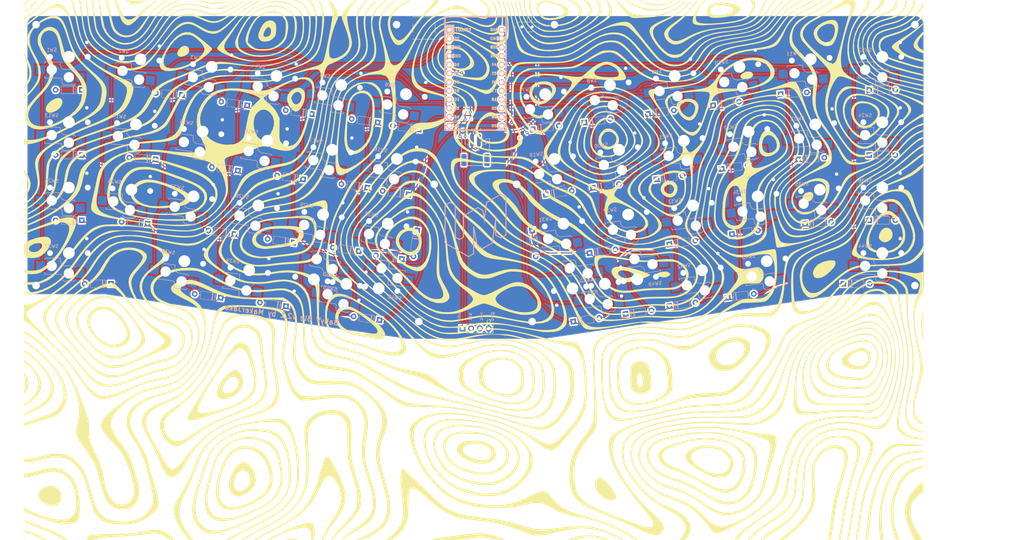
<source format=kicad_pcb>
(kicad_pcb (version 20240108) (generator "pcbnew") (generator_version "8.0")
  (layers (0 "F.Cu" signal) (31 "B.Cu" signal) (34 "B.Paste" user) (35 "F.Paste" user) (36 "B.SilkS" user "B.Silkscreen") (37 "F.SilkS" user "F.Silkscreen") (38 "B.Mask" user) (39 "F.Mask" user) (44 "Edge.Cuts" user))
  (net 0 "")
  (net 1 "Row0")
  (net 2 "Row1")
  (net 3 "Row2")
  (net 4 "Row3")
  (net 5 "BattPwr")
  (net 6 "GND")
  (net 7 "Col0")
  (net 8 "Col1")
  (net 9 "Col2")
  (net 10 "Col3")
  (net 11 "Col4")
  (net 12 "Col5")
  (net 13 "Col6")
  (net 14 "Col7")
  (net 15 "Col8")
  (net 16 "Col9")
  (net 17 "Col10")
  (net 18 "Col11")
  (net 19 "rst")
  (net 20 "Net-(D1-A)")
  (net 21 "VCC")
  (net 22 "scl")
  (net 23 "sda")
  (net 24 "Net-(D2-A)")
  (net 25 "Net-(D3-A)")
  (net 26 "Net-(D4-A)")
  (net 27 "Net-(D5-A)")
  (net 28 "Net-(D6-A)")
  (net 29 "Net-(D7-A)")
  (net 30 "Net-(D8-A)")
  (net 31 "Net-(D9-A)")
  (net 32 "Net-(D10-A)")
  (net 33 "Net-(D11-A)")
  (net 34 "Net-(D12-A)")
  (net 35 "Net-(D13-A)")
  (net 36 "Net-(D14-A)")
  (net 37 "Net-(D15-A)")
  (net 38 "Net-(D16-A)")
  (net 39 "Net-(D17-A)")
  (net 40 "Net-(D18-A)")
  (net 41 "Net-(D19-A)")
  (net 42 "Net-(D20-A)")
  (net 43 "Net-(D21-A)")
  (net 44 "Net-(D22-A)")
  (net 45 "Net-(D23-A)")
  (net 46 "Net-(D24-A)")
  (net 47 "Net-(D25-A)")
  (net 48 "Net-(D26-A)")
  (net 49 "Net-(D27-A)")
  (net 50 "Net-(D28-A)")
  (net 51 "Net-(D29-A)")
  (net 52 "Net-(D30-A)")
  (net 53 "Net-(D31-A)")
  (net 54 "Net-(D32-A)")
  (net 55 "Net-(D33-A)")
  (net 56 "Net-(D34-A)")
  (net 57 "Net-(D35-A)")
  (net 58 "Net-(D36-A)")
  (net 59 "Net-(D37-A)")
  (net 60 "Net-(D38-A)")
  (net 61 "Net-(D39-A)")
  (net 62 "Net-(D40-A)")
  (net 63 "Net-(D41-A)")
  (net 64 "Net-(D42-A)")
  (net 65 "Net-(D43-A)")
  (net 66 "Net-(D44-A)")
  (net 67 "Net-(D45-A)")
  (net 68 "Net-(D46-A)")
  (net 69 "Net-(J1-Pin_1)")
  (footprint "MakerJake_Kicad_Lib:Kailh_socket_PG1350_no_corner_box_user drawing" (layer "F.Cu") (at 69.992843 86.518347 -172)
    (property "Reference" "SW47")
    (property "Value" "Switch_SW_Push")
  )
  (footprint "MakerJake_Kicad_Lib:Kailh_socket_PG1350_no_corner_box_user drawing" (layer "F.Cu") (at -5.322031 83.867106 172)
    (property "Reference" "SW40")
    (property "Value" "Switch_SW_Push")
  )
  (footprint "MakerJake_Kicad_Lib:Kailh_socket_PG1350_no_corner_box_user drawing" (layer "F.Cu") (at -16.232899 24.622034 -8)
    (property "Reference" "SW4")
    (property "Value" "Switch_SW_Push")
  )
  (footprint "MakerJake_Kicad_Lib:Kailh_socket_PG1350_no_corner_box_user drawing" (layer "F.Cu") (at 83.554951 46.13789 8)
    (property "Reference" "SW20")
    (property "Value" "Switch_SW_Push")
  )
  (footprint "MountingHole:MountingHole_2.2mm_M2" (layer "F.Cu") (at 25.235412 96.17)
    (property "Reference" "REF**" (hide yes))
    (property "Value" "MountingHole_2.2mm_M2")
  )
  (footprint "MountingHole:MountingHole_2.2mm_M2" (layer "F.Cu") (at 29.735412 56.17)
    (property "Reference" "REF**" (hide yes))
    (property "Value" "MountingHole_2.2mm_M2")
  )
  (footprint "MakerJake_Kicad_Lib:ArduinoProMicro" (layer "F.Cu") (at 41.735412 25.15675 -90)
    (property "Reference" "U1" (hide yes))
    (property "Value" "ProMicro" (hide yes))
  )
  (footprint "Button_Switch_SMD:SW_Push_1P1T_NO_6x6mm_H9.5mm" (layer "F.Cu") (at 26.735412 10.67 180)
    (property "Reference" "SW45" (hide yes))
    (property "Value" "SW_PUSH")
  )
  (footprint "MakerJake_Kicad_Lib:Kailh_socket_PG1350_no_corner_box_user drawing" (layer "F.Cu") (at 160.235412 76.2)
    (property "Reference" "SW44")
    (property "Value" "Switch_SW_Push")
  )
  (footprint "MakerJake_Kicad_Lib:Kailh_socket_PG1350_no_corner_box_user drawing" (layer "F.Cu") (at -76.7 19.05)
    (property "Reference" "SW1")
    (property "Value" "Switch_SW_Push")
  )
  (footprint "MakerJake_Kicad_Lib:Kailh_socket_PG1350_no_corner_box_user drawing" (layer "F.Cu") (at -21.535394 62.351248 -8)
    (property "Reference" "SW28")
    (property "Value" "Switch_SW_Push")
  )
  (footprint "MakerJake_Kicad_Lib:Kailh_socket_PG1350_no_corner_box_user drawing" (layer "F.Cu") (at -24.186641 81.215855 -8)
    (property "Reference" "SW39")
    (property "Value" "Switch_SW_Push")
  )
  (footprint "MakerJake_Kicad_Lib:Kailh_socket_PG1350_no_corner_box_user drawing" (layer "F.Cu") (at 142.035412 57.750001 4)
    (property "Reference" "SW35")
    (property "Value" "Switch_SW_Push")
  )
  (footprint "MakerJake_Kicad_Lib:Kailh_socket_PG1350_no_corner_box_user drawing" (layer "F.Cu") (at 80.903704 27.273283 8)
    (property "Reference" "SW8")
    (property "Value" "Switch_SW_Push")
  )
  (footprint "MakerJake_Kicad_Lib:Kailh_socket_PG1350_no_corner_box_user drawing" (layer "F.Cu") (at 160.235412 57.15)
    (property "Reference" "SW36")
    (property "Value" "Switch_SW_Push")
  )
  (footprint "MakerJake_Kicad_Lib:Kailh_socket_PG1350_no_corner_box_user drawing" (layer "F.Cu") (at 64.690345 48.789137 8)
    (property "Reference" "SW19")
    (property "Value" "Switch_SW_Push")
  )
  (footprint "MakerJake_Kicad_Lib:Kailh_socket_PG1350_no_corner_box_user drawing" (layer "F.Cu") (at 123.935412 59.700001 8)
    (property "Reference" "SW34")
    (property "Value" "Switch_SW_Push")
  )
  (footprint "MountingHole:MountingHole_2.2mm_M2" (layer "F.Cu") (at 169.735412 9.67)
    (property "Reference" "REF**" (hide yes))
    (property "Value" "MountingHole_2.2mm_M2")
  )
  (footprint "MakerJake_Kicad_Lib:Kailh_socket_PG1350_no_corner_box_user drawing" (layer "F.Cu") (at -76.7 38.1)
    (property "Reference" "SW13")
    (property "Value" "Switch_SW_Push")
  )
  (footprint "MakerJake_Kicad_Lib:Kailh_socket_PG1350_no_corner_box_user drawing" (layer "F.Cu") (at 126.58666 78.564608 8)
    (property "Reference" "SW43")
    (property "Value" "Switch_SW_Push")
  )
  (footprint "MakerJake_Kicad_Lib:Kailh_socket_PG1350_no_corner_box_user drawing" (layer "F.Cu") (at -37.748753 40.835394 -8)
    (property "Reference" "SW15")
    (property "Value" "Switch_SW_Push")
  )
  (footprint "MakerJake_Kicad_Lib:Kailh_socket_PG1350_no_corner_box_user drawing" (layer "F.Cu") (at 160.235412 38.1)
    (property "Reference" "SW24")
    (property "Value" "Switch_SW_Push")
  )
  (footprint "MountingHole:MountingHole_2.2mm_M2" (layer "F.Cu") (at 169.735412 85.67)
    (property "Reference" "REF**" (hide yes))
    (property "Value" "MountingHole_2.2mm_M2")
  )
  (footprint "MountingHole:MountingHole_2.2mm_M2" (layer "F.Cu") (at 64.735412 9.67)
    (property "Reference" "REF**" (hide yes))
    (property "Value" "MountingHole_2.2mm_M2")
  )
  (footprint "MountingHole:MountingHole_2.2mm_M2" (layer "F.Cu") (at 18.735412 9.67)
    (property "Reference" "REF**" (hide yes))
    (property "Value" "MountingHole_2.2mm_M2")
  )
  (footprint "MakerJake_Kicad_Lib:JST_PH_S2B-PH-SM4-TB_1x02-1MP_P2.00mm_Horizontal_BothSides" (layer "F.Cu") (at 41.735412 46.22)
    (property "Reference" "J1")
    (property "Value" "Conn_01x02_Female")
  )
  (footprint "MakerJake_Kicad_Lib:Kailh_socket_PG1350_no_corner_box_user drawing" (layer "F.Cu") (at 62.039097 29.92453 8)
    (property "Reference" "SW7")
    (property "Value" "Switch_SW_Push")
  )
  (footprint "MakerJake_Kicad_Lib:Kailh_socket_PG1350_no_corner_box_user drawing" (layer "F.Cu") (at 105.070806 62.351249 8)
    (property "Reference" "SW33")
    (property "Value" "Switch_SW_Push")
  )
  (footprint "MakerJake_Kicad_Lib:Kailh_socket_PG1350_no_corner_box_user drawing" (layer "F.Cu") (at 2.631708 27.273282 -8)
    (property "Reference" "SW5")
    (property "Value" "Switch_SW_Push")
  )
  (footprint "MakerJake_Kicad_Lib:Kailh_socket_PG1350_no_corner_box_user drawing" (layer "F.Cu") (at 86.206199 65.002496 8)
    (property "Reference" "SW32")
    (property "Value" "Switch_SW_Push")
  )
  (footprint "MakerJake_Kicad_Lib:Kailh_socket_PG1350_no_corner_box_user drawing" (layer "F.Cu") (at 21.496315 29.92453 -8)
    (property "Reference" "SW6")
    (property "Value" "Switch_SW_Push")
  )
  (footprint "MakerJake_Kicad_Lib:Kailh_socket_PG1350_no_corner_box_user drawing" (layer "F.Cu") (at 140.706552 38.746406 4)
    (property "Reference" "SW23")
    (property "Value" "Switch_SW_Push")
  )
  (footprint "MountingHole:MountingHole_2.2mm_M2" (layer "F.Cu") (at -86.264588 9.67)
    (property "Reference" "REF**" (hide yes))
    (property "Value" "MountingHole_2.2mm_M2")
  )
  (footprint "MakerJake_Kicad_Lib:Kailh_socket_PG1350_no_corner_box_user drawing" (layer "F.Cu") (at 99.76831 24.622035 8)
    (property "Reference" "SW9")
    (property "Value" "Switch_SW_Push")
  )
  (footprint "MakerJake_Kicad_Lib:Kailh_socket_PG1350_no_corner_box_user drawing" (layer "F.Cu") (at -76.7 57.15)
    (property "Reference" "SW25")
    (property "Value" "Switch_SW_Push")
  )
  (footprint "MakerJake_Kicad_Lib:Kailh_socket_PG1350_no_corner_box_user drawing" (layer "F.Cu") (at 4.110269 85.192726 -8)
    (property "Reference" "SW50")
    (property "Value" "Switch_SW_Push")
  )
  (footprint "MakerJake_Kicad_Lib:Kailh_socket_PG1350_no_corner_box_user drawing" (layer "F.Cu") (at -18.884146 43.486641 -8)
    (property "Reference" "SW16")
    (property "Value" "Switch_SW_Push")
  )
  (footprint "MakerJake_Kicad_Lib:Kailh_socket_PG1350_no_corner_box_user drawing" (layer "F.Cu") (at 79.425143 85.192727 8)
    (property "Reference" "SW41")
    (property "Value" "Switch_SW_Push")
  )
  (footprint "MakerJake_Kicad_Lib:Kailh_socket_PG1350_no_corner_box_user drawing" (layer "F.Cu") (at -43.051248 78.564607 -8)
    (property "Reference" "SW38")
    (property "Value" "Switch_SW_Push")
  )
  (footprint "MakerJake_Kicad_Lib:Kailh_socket_PG1350_no_corner_box_user drawing" (layer "F.Cu") (at -57.171139 38.746405 -4)
    (property "Reference" "SW14")
    (property "Value" "Switch_SW_Push")
  )
  (footprint "MakerJake_Kicad_Lib:Kailh_socket_PG1350_no_corner_box_user drawing" (layer "F.Cu") (at -0.019539 46.137889 -8)
    (property "Reference" "SW17")
    (property "Value" "Switch_SW_Push")
  )
  (footprint "MakerJake_Kicad_Lib:Kailh_socket_PG1350_no_corner_box_user drawing" (layer "F.Cu") (at 121.284165 40.835394 8)
    (property "Reference" "SW22")
    (property "Value" "Switch_SW_Push")
  )
  (footprint "MakerJake_Kicad_Lib:Kailh_socket_PG1350_no_corner_box_user drawing" (layer "F.Cu") (at -55.842278 19.74281 -4)
    (property "Reference" "SW2")
    (property "Value" "Switch_SW_Push")
  )
  (footprint "MakerJake_Kicad_Lib:Kailh_socket_PG1350_no_corner_box_user drawing" (layer "F.Cu") (at -2.670787 65.002495 -8)
    (property "Reference" "SW29")
    (property "Value" "Switch_SW_Push")
  )
  (footprint "MakerJake_Kicad_Lib:Kailh_socket_PG1350_no_corner_box_user drawing" (layer "F.Cu") (at 16.19382 67.653743 -8)
    (property "Reference" "SW30")
    (property "Value" "Switch_SW_Push")
  )
  (footprint "MakerJake_Kicad_Lib:Kailh_socket_PG1350_no_corner_box_user drawing" (layer "F.Cu") (at 88.857443 83.867107 -172)
    (property "Reference" "SW49")
    (property "Value" "Switch_SW_Push")
  )
  (footprint "MakerJake_Kicad_Lib:Kailh_socket_PG1350_no_corner_box_user drawing" (layer "F.Cu") (at 107.722053 81.215855 8)
    (property "Reference" "SW42")
    (property "Value" "Switch_SW_Push")
  )
  (footprint "MakerJake_Kicad_Lib:Kailh_socket_PG1350_no_corner_box_user drawing" (layer "F.Cu") (at -40.4 59.7 -8)
    (property "Reference" "SW27")
    (property "Value" "Switch_SW_Push")
  )
  (footprint "MountingHole:MountingHole_2.2mm_M2" (layer "F.Cu") (at 53.735412 56.17)
    (property "Reference" "REF**" (hide yes))
    (property "Value" "MountingHole_2.2mm_M2")
  )
  (footprint "MountingHole:MountingHole_2.2mm_M2" (layer "F.Cu") (at 58.235412 96.17)
    (property "Reference" "REF**" (hide yes))
    (property "Value" "MountingHole_2.2mm_M2")
  )
  (footprint "MakerJake_Kicad_Lib:Kailh_socket_PG1350_no_corner_box_user drawing" (layer "F.Cu") (at -58.5 57.75 -4)
    (property "Reference" "SW26")
    (property "Value" "Switch_SW_Push")
  )
  (footprint "MakerJake_Kicad_Lib:Kailh_socket_PG1350_no_corner_box_user drawing" (layer "F.Cu") (at -35.097505 21.970787 -8)
    (property "Reference" "SW3")
    (property "Value" "Switch_SW_Push")
  )
  (footprint "cubepattern:damascus_steel" (layer "F.Cu") (at 41.235412 81.17)
    (property "Reference" "G***" (hide yes))
    (property "Value" "LOGO" (hide yes))
  )
  (footprint "MakerJake_Kicad_Lib:Kailh_socket_PG1350_no_corner_box_user drawing" (layer "F.Cu") (at 102.419558 43.486642 8)
    (property "Reference" "SW21")
    (property "Value" "Switch_SW_Push")
  )
  (footprint "MakerJake_Kicad_Lib:Kailh_socket_PG1350_no_corner_box_user drawing" (layer "F.Cu") (at 160.235412 19.05)
    (property "Reference" "SW12")
    (property "Value" "Switch_SW_Push")
  )
  (footprint "MakerJake_Kicad_Lib:Kailh_socket_PG1350_no_corner_box_user drawing" (layer "F.Cu") (at -76.7 76.2)
    (property "Reference" "SW37")
    (property "Value" "Switch_SW_Push")
  )
  (footprint "MountingHole:MountingHole_2.2mm_M2" (layer "F.Cu") (at -86.264588 85.67)
    (property "Reference" "REF**" (hide yes))
    (property "Value" "MountingHole_2.2mm_M2")
  )
  (footprint "Connector_PinHeader_2.54mm:PinHeader_1x04_P2.54mm_Vertical" (layer "F.Cu") (at 37.935412 98.17 90)
    (property "Reference" "J2")
    (property "Value" "Conn_01x04_Female")
  )
  (footprint "MakerJake_Kicad_Lib:Kailh_socket_PG1350_no_corner_box_user drawing" (layer "F.Cu") (at 139.377691 19.74281 4)
    (property "Reference" "SW11")
    (property "Value" "Switch_SW_Push")
  )
  (footprint "MakerJake_Kicad_Lib:Kailh_socket_PG1350_no_corner_box_user drawing" (layer "F.Cu") (at 67.341592 67.653744 8)
    (property "Reference" "SW31")
    (property "Value" "Switch_SW_Push")
  )
  (footprint "MakerJake_Kicad_Lib:Kailh_socket_PG1350_no_corner_box_user drawing" (layer "F.Cu") (at 118.632917 21.970788 8)
    (property "Reference" "SW10")
    (property "Value" "Switch_SW_Push")
  )
  (footprint "MakerJake_Kicad_Lib:Kailh_socket_PG1350_no_corner_box_user drawing" (layer "F.Cu") (at 13.542569 86.518346 172)
    (property "Reference" "SW48")
    (property "Value" "Switch_SW_Push")
  )
  (footprint "Button_Switch_SMD:SW_SPDT_PCM12" (layer "F.Cu") (at 56.735412 10.67 180)
    (property "Reference" "SW46" (hide yes))
    (property "Value" "SW_DPDT_x2")
  )
  (footprint "MakerJake_Kicad_Lib:Kailh_socket_PG1350_no_corner_box_user drawing" (layer "F.Cu") (at 18.845067 48.789136 -8)
    (property "Reference" "SW18")
    (property "Value" "Switch_SW_Push")
  )
  (footprint "MakerJake_Kicad_Lib:D_DO-35_SOD27 with out the damn K or maybe the number thing" (layer "B.Cu") (at 98.235412 73.67 8)
    (property "Reference" "D33" (hide yes))
    (property "Value" "1N4148")
  )
  (footprint "MakerJake_Kicad_Lib:D_DO-35_SOD27 with out the damn K or maybe the number thing" (layer "B.Cu") (at -43.764588 30.17 176)
    (property "Reference" "D2" (hide yes))
    (property "Value" "1N4148")
  )
  (footprint "MakerJake_Kicad_Lib:D_DO-35_SOD27 with out the damn K or maybe the number thing" (layer "B.Cu") (at -28.491666 70.70025 172)
    (property "Reference" "D27" (hide yes))
    (property "Value" "1N4148")
  )
  (footprint "MakerJake_Kicad_Lib:D_DO-35_SOD27 with out the damn K or maybe the number thing" (layer "B.Cu") (at 62.235412 59.17 8)
    (property "Reference" "D19" (hide yes))
    (property "Value" "1N4148")
  )
  (footprint "MakerJake_Kicad_Lib:D_DO-35_SOD27 with out the damn K or maybe the number thing" (layer "B.Cu") (at 110.962491 33.20025 8)
    (property "Reference" "D10" (hide yes))
    (property "Value" "1N4148")
  )
  (footprint "MakerJake_Kicad_Lib:D_DO-35_SOD27 with out the damn K or maybe the number thing" (layer "B.Cu") (at -11.264588 73.17 172)
    (property "Reference" "D28" (hide yes))
    (property "Value" "1N4148")
  )
  (footprint "MakerJake_Kicad_Lib:D_DO-35_SOD27 with out the damn K or maybe the number thing" (layer "B.Cu") (at 73.462491 38.20025 8)
    (property "Reference" "D8" (hide yes))
    (property "Value" "1N4148")
  )
  (footprint "MakerJake_Kicad_Lib:D_DO-35_SOD27 with out the damn K or maybe the number thing" (layer "B.Cu") (at 113.462491 51.70025 8)
    (property "Reference" "D22" (hide yes))
    (property "Value" "1N4148")
  )
  (footprint "MakerJake_Kicad_Lib:D_DO-35_SOD27 with out the damn K or maybe the number thing" (layer "B.Cu") (at -8.491666 54.70025 172)
    (property "Reference" "D16" (hide yes))
    (property "Value" "1N4148")
  )
  (footprint "MakerJake_Kicad_Lib:D_DO-35_SOD27 with out the damn K or maybe the number thing" (layer "B.Cu") (at -64.454588 85.17 180)
    (property "Reference" "D37" (hide yes))
    (property "Value" "1N4148")
  )
  (footprint "MakerJake_Kicad_Lib:D_DO-35_SOD27 with out the damn K or maybe the number thing" (layer "B.Cu") (at -27.491666 52.20025 172)
    (property "Reference" "D15" (hide yes))
    (property "Value" "1N4148")
  )
  (footprint "MakerJake_Kicad_Lib:D_DO-35_SOD27 with out the damn K or maybe the number thing" (layer "B.Cu") (at 70.235412 96.17 8)
    (property "Reference" "D41" (hide yes))
    (property "Value" "1N4148")
  )
  (footprint "MakerJake_Kicad_Lib:D_DO-35_SOD27 with out the damn K or maybe the number thing" (layer "B.Cu") (at 115.235412 89.17 8)
    (property "Reference" "D43" (hide yes))
    (property "Value" "1N4148")
  )
  (footprint "MakerJake_Kicad_Lib:D_DO-35_SOD27 with out the damn K or maybe the number thing" (layer "B.Cu") (at -72.954588 66.67 180)
    (property "Reference" "D25" (hide yes))
    (property "Value" "1N4148")
  )
  (footprint "MakerJake_Kicad_Lib:D_DO-35_SOD27 with out the damn K or maybe the number thing" (layer "B.Cu") (at 135.735412 48.935773 4)
    (property "Reference" "D23" (hide yes))
    (property "Value" "1N4148")
  )
  (footprint "MakerJake_Kicad_Lib:D_DO-35_SOD27 with out the damn K or maybe the number thing" (layer "B.Cu") (at -72.954588 28.67 180)
    (property "Reference" "D1" (hide yes))
    (property "Value" "1N4148")
  )
  (footprint "MakerJake_Kicad_Lib:D_DO-35_SOD27 with out the damn K or maybe the number thing" (layer "B.Cu") (at 156.425412 47.67)
    (property "Reference" "D24" (hide yes))
    (property "Value" "1N4148")
  )
  (footprint "MakerJake_Kicad_Lib:D_DO-35_SOD27 with out the damn K or maybe the number thing" (layer "B.Cu") (at -72.954588 47.67 180)
    (property "Reference" "D13" (hide yes))
    (property "Value" "1N4148")
  )
  (footprint "MakerJake_Kicad_Lib:D_DO-35_SOD27 with out the damn K or maybe the number thing" (layer "B.Cu") (at 94.462491 54.70025 8)
    (property "Reference" "D21" (hide yes))
    (property "Value" "1N4148")
  )
  (footprint "MakerJake_Kicad_Lib:D_DO-35_SOD27 with out the damn K or maybe the number thing" (layer "B.Cu") (at 156.425412 66.67)
    (property "Reference" "D36" (hide yes))
    (property "Value" "1N4148")
  )
  (footprint "MakerJake_Kicad_Lib:D_DO-35_SOD27 with out the damn K or maybe the number thing" (layer "B.Cu") (at 10.235412 57.17 172)
    (property "Reference" "D17" (hide yes))
    (property "Value" "1N4148")
  )
  (footprint "MakerJake_Kicad_Lib:D_DO-35_SOD27 with out the damn K or maybe the number thing" (layer "B.Cu") (at 58.462491 40.20025 8)
    (property "Reference" "D7" (hide yes))
    (property "Value" "1N4148")
  )
  (footprint "MakerJake_Kicad_Lib:D_DO-35_SOD27 with out the damn K or maybe the number thing" (layer "B.Cu") (at 91.962491 35.70025 8)
    (property "Reference" "D9" (hide yes))
    (property "Value" "1N4148")
  )
  (footprint "MakerJake_Kicad_Lib:D_DO-35_SOD27 with out the damn K or maybe the number thing" (layer "B.Cu") (at 130.633974 29.935773 4)
    (property "Reference" "D11" (hide yes))
    (property "Value" "1N4148")
  )
  (footprint "MakerJake_Kicad_Lib:D_DO-35_SOD27 with out the damn K or maybe the number thing" (layer "B.Cu") (at -51.463869 48.935773 176)
    (property "Reference" "D14" (hide yes))
    (property "Value" "1N4148")
  )
  (footprint "MakerJake_Kicad_Lib:D_DO-35_SOD27 with out the damn K or maybe the number thing" (layer "B.Cu") (at 7.735412 75.67 172)
    (property "Reference" "D29" (hide yes))
    (property "Value" "1N4148")
  )
  (footprint "MakerJake_Kicad_Lib:D_DO-35_SOD27 with out the damn K or maybe the number thing" (layer "B.Cu") (at 137.735412 67.67 4)
    (property "Reference" "D35" (hide yes))
    (property "Value" "1N4148")
  )
  (footprint "MakerJake_Kicad_Lib:D_DO-35_SOD27 with out the damn K or maybe the number thing" (layer "B.Cu") (at 75.962491 57.20025 8)
    (property "Reference" "D20" (hide yes))
    (property "Value" "1N4148")
  )
  (footprint "MakerJake_Kicad_Lib:D_DO-35_SOD27 with out the damn K or maybe the number thing" (layer "B.Cu") (at 156.425412 28.67)
    (property "Reference" "D12" (hide yes))
    (property "Value" "1N4148")
  )
  (footprint "MakerJake_Kicad_Lib:D_DO-35_SOD27 with out the damn K or maybe the number thing" (layer "B.Cu") (at -5.991666 35.70025 172)
    (property "Reference" "D4" (hide yes))
    (property "Value" "1N4148")
  )
  (footprint "MakerJake_Kicad_Lib:D_DO-35_SOD27 with out the damn K or maybe the number thing" (layer "B.Cu") (at -13.491666 91.70025 172)
    (property "Reference" "D39" (hide yes))
    (property "Value" "1N4148")
  )
  (footprint "MakerJake_Kicad_Lib:D_DO-35_SOD27 with out the damn K or maybe the number thing" (layer "B.Cu") (at -32.491666 89.20025 172)
    (property "Reference" "D38" (hide yes))
    (property "Value" "1N4148")
  )
  (footprint "MakerJake_Kicad_Lib:D_DO-35_SOD27 with out the damn K or maybe the number thing" (layer "B.Cu") (at 85.462491 93.95025 8)
    (property "Reference" "D46" (hide yes))
    (property "Value" "1N4148")
  )
  (footprint "MakerJake_Kicad_Lib:D_DO-35_SOD27 with out the damn K or maybe the number thing" (layer "B.Cu") (at 22.235412 59.17 172)
    (property "Reference" "D18" (hide yes))
    (property "Value" "1N4148")
  )
  (footprint "MakerJake_Kicad_Lib:D_DO-35_SOD27 with out the damn K or maybe the number thing" (layer "B.Cu") (at 25.235412 40.17 172)
    (property "Reference" "D6" (hide yes))
    (property "Value" "1N4148")
  )
  (footprint "MakerJake_Kicad_Lib:D_DO-35_SOD27 with out the damn K or maybe the number thing" (layer "B.Cu") (at -24.764588 33.20025 172)
    (property "Reference" "D3" (hide yes))
    (property "Value" "1N4148")
  )
  (footprint "MakerJake_Kicad_Lib:D_DO-35_SOD27 with out the damn K or maybe the number thing" (layer "B.Cu") (at 74.962491 76.20025 8)
    (property "Reference" "D32" (hide yes))
    (property "Value" "1N4148")
  )
  (footprint "MakerJake_Kicad_Lib:D_DO-35_SOD27 with out the damn K or maybe the number thing" (layer "B.Cu") (at 98.235412 91.67 8)
    (property "Reference" "D42" (hide yes))
    (property "Value" "1N4148")
  )
  (footprint "cubepattern:MakerJakeLogo" (layer "B.Cu") (at 41.534049 69.588489 180)
    (property "Reference" "G***" (hide yes))
    (property "Value" "LOGO" (hide yes))
  )
  (footprint "MakerJake_Kicad_Lib:D_DO-35_SOD27 with out the damn K or maybe the number thing" (layer "B.Cu") (at 24.735412 69.67 -98)
    (property "Reference" "D30" (hide yes))
    (property "Value" "1N4148")
  )
  (footprint "MakerJake_Kicad_Lib:D_DO-35_SOD27 with out the damn K or maybe the number thing" (layer "B.Cu") (at 20.258334 77.95025 172)
    (property "Reference" "D45" (hide yes))
    (property "Value" "1N4148")
  )
  (footprint "MakerJake_Kicad_Lib:D_DO-35_SOD27 with out the damn K or maybe the number thing" (layer "B.Cu") (at 13.235412 38.17 172)
    (property "Reference" "D5" (hide yes))
    (property "Value" "1N4148")
  )
  (footprint "MakerJake_Kicad_Lib:D_DO-35_SOD27 with out the damn K or maybe the number thing" (layer "B.Cu") (at 148.925412 85.17)
    (property "Reference" "D44" (hide yes))
    (property "Value" "1N4148")
  )
  (footprint "MakerJake_Kicad_Lib:D_DO-35_SOD27 with out the damn K or maybe the number thing" (layer "B.Cu") (at 13.781255 95.730499 172)
    (property "Reference" "D40" (hide yes))
    (property "Value" "1N4148")
  )
  (footprint "MakerJake_Kicad_Lib:D_DO-35_SOD27 with out the damn K or maybe the number thing" (layer "B.Cu") (at 116.462491 70.70025 8)
    (property "Reference" "D34" (hide yes))
    (property "Value" "1N4148")
  )
  (footprint "MakerJake_Kicad_Lib:D_DO-35_SOD27 with out the damn K or maybe the number thing" (layer "B.Cu") (at -53.764588 67.67 176)
    (property "Reference" "D26" (hide yes))
    (property "Value" "1N4148")
  )
  (footprint "MakerJake_Kicad_Lib:D_DO-35_SOD27 with out the damn K or maybe the number thing" (layer "B.Cu") (at 58.235412 69.67 -82)
    (property "Reference" "D31" (hide yes))
    (property "Value" "1N4148")
  )
  (gr_line (start 61.735412 101.17) (end 149.735412 88.17) (stroke (width 0.1)) (layer "Edge.Cuts"))
  (gr_line (start -88.764588 9.67) (end -88.764588 85.67) (stroke (width 0.1)) (layer "Edge.Cuts"))
  (gr_line (start 21.735412 101.17) (end 61.735412 101.17) (stroke (width 0.1)) (layer "Edge.Cuts"))
  (gr_line (start -86.264588 88.17) (end -66.264588 88.17) (stroke (width 0.1)) (layer "Edge.Cuts"))
  (gr_arc (start 169.735412 7.17) (mid 171.503179 7.902233) (end 172.235412 9.67) (stroke (width 0.1)) (layer "Edge.Cuts"))
  (gr_line (start -86.264588 7.17) (end 169.735412 7.17) (stroke (width 0.1)) (layer "Edge.Cuts"))
  (gr_arc (start -88.764588 9.67) (mid -88.032355 7.902233) (end -86.264588 7.17) (stroke (width 0.1)) (layer "Edge.Cuts"))
  (gr_line (start 21.735412 101.17) (end -66.264588 88.17) (stroke (width 0.1)) (layer "Edge.Cuts"))
  (gr_arc (start -86.264588 88.17) (mid -88.032355 87.437767) (end -88.764588 85.67) (stroke (width 0.1)) (layer "Edge.Cuts"))
  (gr_arc (start 172.235412 85.67) (mid 171.503179 87.437767) (end 169.735412 88.17) (stroke (width 0.1)) (layer "Edge.Cuts"))
  (gr_line (start 149.735412 88.17) (end 169.735412 88.17) (stroke (width 0.1)) (layer "Edge.Cuts"))
  (gr_line (start 172.235412 9.67) (end 172.235412 85.67) (stroke (width 0.1)) (layer "Edge.Cuts"))
  (gr_text "BabyV Ble v2.1 by MakerJake " (at -15.264588 94.17 -8) (layer "B.SilkS") (effects (font (size 1.5 1.5) (thickness 0.3)) (justify mirror)))
  (gr_text "sda\n\nscl\n\nvcc\n\ngnd" (at 41.735412 94.67 90) (layer "B.SilkS") (effects (font (size 1 1)) (justify mirror)))
  (gr_text "-" (at 40.735412 46.17 -270) (layer "B.SilkS") (effects (font (size 1 1)) (justify mirror)))
  (gr_text "+" (at 42.735412 46.17 0) (layer "B.SilkS") (effects (font (size 1 1)) (justify mirror)))
  (gr_text "+" (at 40.735412 40.17 0) (layer "F.SilkS") (effects (font (size 1 1))))
  (gr_text "-" (at 43.235412 40.17 270) (layer "F.SilkS") (effects (font (size 1 1))))
  (segment (start 21.407212 42.167543) (end 21.735412 42.17) (width 0.25) (layer "F.Cu") (net 1))
  (segment (start 73.864314 38.602072) (end 73.462491 38.20025) (width 0.25) (layer "F.Cu") (net 1))
  (segment (start -32.900627 34.67) (end -28.312878 34.67) (width 0.25) (layer "F.Cu") (net 1))
  (segment (start 12.296072 39.10934) (end 13.235412 38.17) (width 0.25) (layer "F.Cu") (net 1))
  (segment (start 24.296072 41.10934) (end 25.235412 40.17) (width 0.25) (layer "F.Cu") (net 1))
  (segment (start 155.925412 28.67) (end 155.925412 29.004193) (width 0.25) (layer "F.Cu") (net 1))
  (segment (start -15.180764 37.17) (end -9.539956 37.17) (width 0.25) (layer "F.Cu") (net 1))
  (segment (start 66.735412 41.17) (end 60.803674 41.17) (width 0.25) (layer "F.Cu") (net 1))
  (segment (start 88.321199 39.17) (end 75.235412 39.17) (width 0.25) (layer "F.Cu") (net 1))
  (segment (start 111.01076 33.248519) (end 110.962491 33.20025) (width 0.25) (layer "F.Cu") (net 1))
  (segment (start 91.08379 37.821622) (end 90.735412 38.17) (width 0.25) (layer "F.Cu") (net 1))
  (segment (start 73.462491 38.20025) (end 73.149574 38.513167) (width 0.25) (layer "F.Cu") (net 1))
  (segment (start 103.792881 36.17) (end 93.096567 36.17) (width 0.25) (layer "F.Cu") (net 1))
  (segment (start 4.799265 40.17) (end 9.735412 40.17) (width 0.25) (layer "F.Cu") (net 1))
  (segment (start 13.235412 38.17) (end 14.053431 38.988019) (width 0.25) (layer "F.Cu") (net 1))
  (segment (start 155.235412 30.67) (end 132.406554 30.67) (width 0.25) (layer "F.Cu") (net 1))
  (segment (start -68.764588 31.67) (end -47.385908 31.67) (width 0.25) (layer "F.Cu") (net 1))
  (segment (start -69.942491 31.182096) (end -72.454588 28.67) (width 0.25) (layer "F.Cu") (net 1))
  (segment (start 120.411646 34.17) (end 113.235412 34.17) (width 0.25) (layer "F.Cu") (net 1))
  (arc (start 155.925412 29.004193) (mid 155.746087 29.905721) (end 155.235412 30.67) (width 0.25) (layer "F.Cu") (net 1))
  (arc (start 90.735412 38.17) (mid 89.627762 38.910108) (end 88.321199 39.17) (width 0.25) (layer "F.Cu") (net 1))
  (arc (start 93.096567 36.17) (mid 92.48281 36.047916) (end 91.962491 35.70025) (width 0.25) (layer "F.Cu") (net 1))
  (arc (start 60.803674 41.17) (mid 59.536635 40.91797) (end 58.462491 40.20025) (width 0.25) (layer "F.Cu") (net 1))
  (arc (start 113.235412 34.17) (mid 112.031439 33.930515) (end 111.01076 33.248519) (width 0.25) (layer "F.Cu") (net 1))
  (arc (start 21.735412 42.17) (mid 23.121231 41.894343) (end 24.296072 41.10934) (width 0.25) (layer "F.Cu") (net 1))
  (arc (start 75.235412 39.17) (mid 74.493379 39.0224) (end 73.864314 38.602072) (width 0.25) (layer "F.Cu") (net 1))
  (arc (start -24.764588 33.20025) (mid -20.367493 36.138296) (end -15.180764 37.17) (width 0.25) (layer "F.Cu") (net 1))
  (arc (start 91.962491 35.70025) (mid 91.734124 36.848328) (end 91.08379 37.821622) (width 0.25) (layer "F.Cu") (net 1))
  (arc (start 73.149574 38.513167) (mid 70.206732 40.479511) (end 66.735412 41.17) (width 0.25) (layer "F.Cu") (net 1))
  (arc (start -47.385908 31.67) (mid -45.426064 31.280163) (end -43.764588 30.17) (width 0.25) (layer "F.Cu") (net 1))
  (arc (start 9.735412 40.17) (mid 11.121231 39.894343) (end 12.296072 39.10934) (width 0.25) (layer "F.Cu") (net 1))
  (arc (start 130.633974 29.935773) (mid 125.94393 33.06956) (end 120.411646 34.17) (width 0.25) (layer "F.Cu") (net 1))
  (arc (start -5.991666 35.70025) (mid -1.040746 39.00835) (end 4.799265 40.17) (width 0.25) (layer "F.Cu") (net 1))
  (arc (start 110.962491 33.20025) (mid 107.673046 35.398187) (end 103.792881 36.17) (width 0.25) (layer "F.Cu") (net 1))
  (arc (start -28.312878 34.67) (mid -26.392558 34.288025) (end -24.764588 33.20025) (width 0.25) (layer "F.Cu") (net 1))
  (arc (start -43.764588 30.17) (mid -38.780161 33.500488) (end -32.900627 34.67) (width 0.25) (layer "F.Cu") (net 1))
  (arc (start 132.406554 30.67) (mid 131.447241 30.479181) (end 130.633974 29.935773) (width 0.25) (layer "F.Cu") (net 1))
  (arc (start -68.764588 31.67) (mid -69.402065 31.543198) (end -69.942491 31.182096) (width 0.25) (layer "F.Cu") (net 1))
  (arc (start 14.053431 38.988019) (mid 17.577953 41.34303) (end 21.735412 42.17) (width 0.25) (layer "F.Cu") (net 1))
  (arc (start -9.539956 37.17) (mid -7.619636 36.788025) (end -5.991666 35.70025) (width 0.25) (layer "F.Cu") (net 1))
  (segment (start 31.350608 36.58675) (end 34.115412 36.58675) (width 0.25) (layer "B.Cu") (net 1))
  (segment (start 50.134208 35.385439) (end 48.519973 35.385439) (width 0.25) (layer "B.Cu") (net 1))
  (segment (start 26.942519 39.462893) (end 28.735412 37.67) (width 0.25) (layer "B.Cu") (net 1))
  (segment (start 46.028306 34.17) (end 38.235412 34.17) (width 0.25) (layer "B.Cu") (net 1))
  (segment (start 37.381858 34.523553) (end 36.169488 35.735924) (width 0.25) (layer "B.Cu") (net 1))
  (segment (start 53.436541 36.672437) (end 53.235412 36.67) (width 0.25) (layer "B.Cu") (net 1))
  (segment (start 51.43579 35.87282) (end 51.528305 35.962893) (width 0.25) (layer "B.Cu") (net 1))
  (segment (start 47.548421 34.983009) (end 47.235412 34.67) (width 0.25) (layer "B.Cu") (net 1))
  (segment (start 58.462491 40.20025) (end 56.132081 37.86984) (width 0.25) (layer "B.Cu") (net 1))
  (arc (start 51.528305 35.962893) (mid 52.311532 36.486229) (end 53.235412 36.67) (width 0.25) (layer "B.Cu") (net 1))
  (arc (start 48.519973 35.385439) (mid 47.994173 35.280851) (end 47.548421 34.983009) (width 0.25) (layer "B.Cu") (net 1))
  (arc (start 25.235412 40.17) (mid 26.159292 39.986229) (end 26.942519 39.462893) (width 0.25) (layer "B.Cu") (net 1))
  (arc (start 38.235412 34.17) (mid 37.773472 34.261886) (end 37.381858 34.523553) (width 0.25) (layer "B.Cu") (net 1))
  (arc (start 28.735412 37.67) (mid 29.935273 36.868278) (end 31.350608 36.58675) (width 0.25) (layer "B.Cu") (net 1))
  (arc (start 51.528305 35.962893) (mid 50.888687 35.535514) (end 50.134208 35.385439) (width 0.25) (layer "B.Cu") (net 1))
  (arc (start 36.169488 35.735924) (mid 35.227071 36.365627) (end 34.115412 36.58675) (width 0.25) (layer "B.Cu") (net 1))
  (arc (start 47.235412 34.67) (mid 46.681587 34.299946) (end 46.028306 34.17) (width 0.25) (layer "B.Cu") (net 1))
  (arc (start 56.132081 37.86984) (mid 54.803078 36.981828) (end 53.235412 36.67) (width 0.25) (layer "B.Cu") (net 1))
  (segment (start 75.088913 58.073827) (end 75.962491 57.20025) (width 0.25) (layer "F.Cu") (net 2))
  (segment (start 23.346324 58.059088) (end 22.235412 59.17) (width 0.25) (layer "F.Cu") (net 2))
  (segment (start 10.235412 57.17) (end 12.528305 59.462893) (width 0.25) (layer "F.Cu") (net 2))
  (segment (start 27.235412 43.998427) (end 27.235412 45.67) (width 0.25) (layer "F.Cu") (net 2))
  (segment (start 86.085774 58.17) (end 78.303674 58.17) (width 0.25) (layer "F.Cu") (net 2))
  (segment (start 127.927298 52.17) (end 114.596567 52.17) (width 0.25) (layer "F.Cu") (net 2))
  (segment (start 39.149625 36.17) (end 48.349289 36.17) (width 0.25) (layer "F.Cu") (net 2))
  (segment (start 103.878667 55.67) (end 96.803674 55.67) (width 0.25) (layer "F.Cu") (net 2))
  (segment (start -19.114949 55.67) (end -10.832849 55.67) (width 0.25) (layer "F.Cu") (net 2))
  (segment (start -65.211948 50.67) (end -55.650663 50.67) (width 0.25) (layer "F.Cu") (net 2))
  (segment (start 35.353473 37.788061) (end 32.571707 37.788061) (width 0.25) (layer "F.Cu") (net 2))
  (segment (start 36.657495 37.247918) (end 36.735412 37.17) (width 0.25) (layer "F.Cu") (net 2))
  (segment (start 14.235412 60.17) (end 19.821199 60.17) (width 0.25) (layer "F.Cu") (net 2))
  (segment (start -41.241541 53.17) (end -29.832849 53.17) (width 0.25) (layer "F.Cu") (net 2))
  (segment (start 29.382425 39.025805) (end 29.235412 39.17) (width 0.25) (layer "F.Cu") (net 2))
  (segment (start 151.096985 49.67) (end 137.507992 49.67) (width 0.25) (layer "F.Cu") (net 2))
  (segment (start 1.092158 58.67) (end 6.614092 58.67) (width 0.25) (layer "F.Cu") (net 2))
  (segment (start 62.235412 59.17) (end 62.235412 54.448174) (width 0.25) (layer "F.Cu") (net 2))
  (segment (start 71.235412 59.67) (end 63.442518 59.67) (width 0.25) (layer "F.Cu") (net 2))
  (segment (start 27.235412 43.998427) (end 27.235412 48.67) (width 0.25) (layer "F.Cu") (net 2))
  (via (at 56.735412 41.17) (size 0.8) (drill 0.4) (layers "F.Cu" "B.Cu") (net 2))
  (arc (start -51.463869 48.935773) (mid -46.773825 52.06956) (end -41.241541 53.17) (width 0.25) (layer "F.Cu") (net 2))
  (arc (start 113.462491 51.70025) (mid 109.065395 54.638296) (end 103.878667 55.67) (width 0.25) (layer "F.Cu") (net 2))
  (arc (start 137.507992 49.67) (mid 136.548679 49.479181) (end 135.735412 48.935773) (width 0.25) (layer "F.Cu") (net 2))
  (arc (start 78.303674 58.17) (mid 77.036635 57.91797) (end 75.962491 57.20025) (width 0.25) (layer "F.Cu") (net 2))
  (arc (start -8.491666 54.70025) (mid -4.094571 57.638296) (end 1.092158 58.67) (width 0.25) (layer "F.Cu") (net 2))
  (arc (start 29.235412 39.17) (mid 27.755195 41.3853) (end 27.235412 43.998427) (width 0.25) (layer "F.Cu") (net 2))
  (arc (start 62.235412 54.448174) (mid 60.806009 47.262078) (end 56.735412 41.17) (width 0.25) (layer "F.Cu") (net 2))
  (arc (start 155.925412 47.67) (mid 153.710112 49.150216) (end 151.096985 49.67) (width 0.25) (layer "F.Cu") (net 2))
  (arc (start 36.735412 37.17) (mid 37.843062 36.429892) (end 39.149625 36.17) (width 0.25) (layer "F.Cu") (net 2))
  (arc (start 135.735412 48.935773) (mid 132.15302 51.329451) (end 127.927298 52.17) (width 0.25) (layer "F.Cu") (net 2))
  (arc (start 35.353473 37.788061) (mid 36.059204 37.647682) (end 36.657495 37.247918) (width 0.25) (layer "F.Cu") (net 2))
  (arc (start 27.235412 48.67) (mid 26.224671 53.751339) (end 23.346324 58.059088) (width 0.25) (layer "F.Cu") (net 2))
  (arc (start -72.454588 47.67) (mid -69.131638 49.890325) (end -65.211948 50.67) (width 0.25) (layer "F.Cu") (net 2))
  (arc (start 94.462491 54.70025) (mid 90.619221 57.268241) (end 86.085774 58.17) (width 0.25) (layer "F.Cu") (net 2))
  (arc (start 63.442518 59.67) (mid 62.789237 59.540054) (end 62.235412 59.17) (width 0.25) (layer "F.Cu") (net 2))
  (arc (start -29.832849 53.17) (mid -28.56581 52.91797) (end -27.491666 52.20025) (width 0.25) (layer "F.Cu") (net 2))
  (arc (start 48.349289 36.17) (mid 48.893798 36.27831) (end 49.355412 36.58675) (width 0.25) (layer "F.Cu") (net 2))
  (arc (start -10.832849 55.67) (mid -9.56581 55.41797) (end -8.491666 54.70025) (width 0.25) (layer "F.Cu") (net 2))
  (arc (start -27.491666 52.20025) (mid -23.648396 54.768241) (end -19.114949 55.67) (width 0.25) (layer "F.Cu") (net 2))
  (arc (start 19.821199 60.17) (mid 21.127761 59.910109) (end 22.235412 59.17) (width 0.25) (layer "F.Cu") (net 2))
  (arc (start 6.614092 58.67) (mid 8.573936 58.280163) (end 10.235412 57.17) (width 0.25) (layer "F.Cu") (net 2))
  (arc (start 96.803674 55.67) (mid 95.536635 55.41797) (end 94.462491 54.70025) (width 0.25) (layer "F.Cu") (net 2))
  (arc (start 114.596567 52.17) (mid 113.98281 52.047916) (end 113.462491 51.70025) (width 0.25) (layer "F.Cu") (net 2))
  (arc (start 32.571707 37.788061) (mid 30.766118 38.147214) (end 29.235412 39.17) (width 0.25) (layer "F.Cu") (net 2))
  (arc (start 12.528305 59.462893) (mid 13.311532 59.986229) (end 14.235412 60.17) (width 0.25) (layer "F.Cu") (net 2))
  (arc (start -55.650663 50.67) (mid -53.384787 50.21929) (end -51.463869 48.935773) (width 0.25) (layer "F.Cu") (net 2))
  (arc (start 71.235412 59.67) (mid 73.320912 59.255168) (end 75.088913 58.073827) (width 0.25) (layer "F.Cu") (net 2))
  (segment (start 56.735412 41.17) (end 54.129763 38.564351) (width 0.25) (layer "B.Cu") (net 2))
  (arc (start 54.129763 38.564351) (mid 51.939273 37.100712) (end 49.355412 36.58675) (width 0.25) (layer "B.Cu") (net 2))
  (segment (start -28.686381 70.894965) (end -28.491666 70.70025) (width 0.25) (layer "F.Cu") (net 3))
  (segment (start -11.496821 73.402233) (end -11.264588 73.17) (width 0.25) (layer "F.Cu") (net 3))
  (segment (start -11.264588 73.17) (end -6.385908 73.17) (width 0.25) (layer "F.Cu") (net 3))
  (segment (start 7.735412 75.67) (end 19.114092 75.67) (width 0.25) (layer "F.Cu") (net 3))
  (segment (start 129.285665 71.17) (end 117.596567 71.17) (width 0.25) (layer "F.Cu") (net 3))
  (segment (start 22.735412 74.17) (end 22.967645 73.937767) (width 0.25) (layer "F.Cu") (net 3))
  (segment (start 108.085774 74.17) (end 99.442518 74.17) (width 0.25) (layer "F.Cu") (net 3))
  (segment (start 58.235412 71.755787) (end 58.235412 69.67) (width 0.25) (layer "F.Cu") (net 3))
  (segment (start 1.235412 76.67) (end 5.321199 76.67) (width 0.25) (layer "F.Cu") (net 3))
  (segment (start 95.519422 74.795) (end 89.360412 74.795) (width 0.25) (layer "F.Cu") (net 3))
  (segment (start 80.991681 78.67) (end 80.924994 78.67) (width 0.25) (layer "F.Cu") (net 3))
  (segment (start -66.419055 69.17) (end -57.385908 69.17) (width 0.25) (layer "F.Cu") (net 3))
  (segment (start 59.429924 74.360487) (end 59.235412 74.17) (width 0.25) (layer "F.Cu") (net 3))
  (segment (start 74.962491 76.20025) (end 64.136869 76.20025) (width 0.25) (layer "F.Cu") (net 3))
  (segment (start -2.764588 74.67) (end -2.178802 75.255786) (width 0.25) (layer "F.Cu") (net 3))
  (segment (start -17.700735 75.17) (end -15.764588 75.17) (width 0.25) (layer "F.Cu") (net 3))
  (segment (start 85.295364 76.478798) (end 84.597912 77.17625) (width 0.25) (layer "F.Cu") (net 3))
  (segment (start -42.900627 72.17) (end -31.764588 72.17) (width 0.25) (layer "F.Cu") (net 3))
  (segment (start 151.096985 68.67) (end 140.149625 68.67) (width 0.25) (layer "F.Cu") (net 3))
  (arc (start 137.735412 67.67) (mid 133.858635 70.260379) (end 129.285665 71.17) (width 0.25) (layer "F.Cu") (net 3))
  (arc (start 22.967645 73.937767) (mid 24.275984 71.9797) (end 24.735412 69.67) (width 0.25) (layer "F.Cu") (net 3))
  (arc (start -31.764588 72.17) (mid -30.098674 71.838629) (end -28.686381 70.894965) (width 0.25) (layer "F.Cu") (net 3))
  (arc (start 140.149625 68.67) (mid 138.843063 68.410109) (end 137.735412 67.67) (width 0.25) (layer "F.Cu") (net 3))
  (arc (start 74.962491 76.20025) (mid 77.69811 78.028133) (end 80.924994 78.67) (width 0.25) (layer "F.Cu") (net 3))
  (arc (start 5.321199 76.67) (mid 6.627761 76.410109) (end 7.735412 75.67) (width 0.25) (layer "F.Cu") (net 3))
  (arc (start -15.764588 75.17) (mid -13.454889 74.710572) (end -11.496821 73.402233) (width 0.25) (layer "F.Cu") (net 3))
  (arc (start 59.235412 74.17) (mid 58.495304 73.06235) (end 58.235412 71.755787) (width 0.25) (layer "F.Cu") (net 3))
  (arc (start 64.136869 76.20025) (mid 61.48422 75.672605) (end 59.235412 74.17) (width 0.25) (layer "F.Cu") (net 3))
  (arc (start 116.462491 70.70025) (mid 112.619221 73.268241) (end 108.085774 74.17) (width 0.25) (layer "F.Cu") (net 3))
  (arc (start 89.360412 74.795) (mid 87.160424 75.232605) (end 85.295364 76.478798) (width 0.25) (layer "F.Cu") (net 3))
  (arc (start -2.178802 75.255786) (mid -0.612348 76.302458) (end 1.235412 76.67) (width 0.25) (layer "F.Cu") (net 3))
  (arc (start -57.385908 69.17) (mid -55.426064 68.780163) (end -53.764588 67.67) (width 0.25) (layer "F.Cu") (net 3))
  (arc (start -28.491666 70.70025) (mid -23.540746 74.00835) (end -17.700735 75.17) (width 0.25) (layer "F.Cu") (net 3))
  (arc (start 19.114092 75.67) (mid 21.073936 75.280163) (end 22.735412 74.17) (width 0.25) (layer "F.Cu") (net 3))
  (arc (start 84.597912 77.17625) (mid 82.94336 78.281787) (end 80.991681 78.67) (width 0.25) (layer "F.Cu") (net 3))
  (arc (start 155.925412 66.67) (mid 153.710112 68.150216) (end 151.096985 68.67) (width 0.25) (layer "F.Cu") (net 3))
  (arc (start -53.764588 67.67) (mid -48.780161 71.000488) (end -42.900627 72.17) (width 0.25) (layer "F.Cu") (net 3))
  (arc (start 99.442518 74.17) (mid 98.789237 74.040054) (end 98.235412 73.67) (width 0.25) (layer "F.Cu") (net 3))
  (arc (start 98.235412 73.67) (mid 96.989306 74.502622) (end 95.519422 74.795) (width 0.25) (layer "F.Cu") (net 3))
  (arc (start 117.596567 71.17) (mid 116.98281 71.047916) (end 116.462491 70.70025) (width 0.25) (layer "F.Cu") (net 3))
  (arc (start -6.385908 73.17) (mid -4.426064 73.559837) (end -2.764588 74.67) (width 0.25) (layer "F.Cu") (net 3))
  (arc (start -72.454588 66.67) (mid -69.685463 68.520271) (end -66.419055 69.17) (width 0.25) (layer "F.Cu") (net 3))
  (segment (start 26.735412 49.67) (end 28.114091 48.291321) (width 0.25) (layer "B.Cu") (net 3))
  (segment (start 53.235412 51.04868) (end 53.235412 42.17) (width 0.25) (layer "B.Cu") (net 3))
  (segment (start 30.233294 43.428596) (end 30.235412 43.17) (width 0.25) (layer "B.Cu") (net 3))
  (segment (start 31.649626 39.755787) (end 31.735412 39.67) (width 0.25) (layer "B.Cu") (net 3))
  (segment (start 24.735412 69.67) (end 24.735412 54.498427) (width 0.25) (layer "B.Cu") (net 3))
  (segment (start 51.697956 38.632545) (end 51.821198 38.755787) (width 0.25) (layer "B.Cu") (net 3))
  (segment (start 33.046933 39.12675) (end 34.115412 39.12675) (width 0.25) (layer "B.Cu") (net 3))
  (segment (start 49.990851 37.925439) (end 37.015633 37.925439) (width 0.25) (layer "B.Cu") (net 3))
  (segment (start 55.528305 55.462893) (end 54.735412 54.67) (width 0.25) (layer "B.Cu") (net 3))
  (segment (start 56.235412 64.841573) (end 56.235412 57.17) (width 0.25) (layer "B.Cu") (net 3))
  (arc (start 54.735412 54.67) (mid 53.625249 53.008524) (end 53.235412 51.04868) (width 0.25) (layer "B.Cu") (net 3))
  (arc (start 30.235412 43.17) (mid 30.602954 41.322241) (end 31.649626 39.755787) (width 0.25) (layer "B.Cu") (net 3))
  (arc (start 24.735412 54.498427) (mid 25.255195 51.885302) (end 26.735412 49.67) (width 0.25) (layer "B.Cu") (net 3))
  (arc (start 49.990851 37.925439) (mid 50.91473 38.10921) (end 51.697956 38.632545) (width 0.25) (layer "B.Cu") (net 3))
  (arc (start 28.114091 48.291321) (mid 29.684098 45.941639) (end 30.235412 43.17) (width 0.25) (layer "B.Cu") (net 3))
  (arc (start 37.015633 37.925439) (mid 35.446045 38.237649) (end 34.115412 39.12675) (width 0.25) (layer "B.Cu") (net 3))
  (arc (start 56.235412 57.17) (mid 56.051641 56.24612) (end 55.528305 55.462893) (width 0.25) (layer "B.Cu") (net 3))
  (arc (start 53.235412 42.17) (mid 52.86787 40.322241) (end 51.821198 38.755787) (width 0.25) (layer "B.Cu") (net 3))
  (arc (start 58.235412 69.67) (mid 56.755196 67.4547) (end 56.235412 64.841573) (width 0.25) (layer "B.Cu") (net 3))
  (arc (start 31.735412 39.67) (mid 32.337143 39.267936) (end 33.046933 39.12675) (width 0.25) (layer "B.Cu") (net 3))
  (segment (start 85.462491 93.95025) (end 83.680147 93.95025) (width 0.25) (layer "F.Cu") (net 4))
  (segment (start 78.028306 96.67) (end 71.442518 96.67) (width 0.25) (layer "F.Cu") (net 4))
  (segment (start -32.491666 89.20025) (end -28.934198 89.20025) (width 0.25) (layer "F.Cu") (net 4))
  (segment (start -14.039934 92.248518) (end -13.491666 91.70025) (width 0.25) (layer "F.Cu") (net 4))
  (segment (start 5.735412 96.17) (end 5.088966 95.523553) (width 0.25) (layer "F.Cu") (net 4))
  (segment (start 148.425412 85.17) (end 134.685159 85.17) (width 0.25) (layer "F.Cu") (net 4))
  (segment (start -43.518963 88.918709) (end -43.264588 89.17) (width 0.25) (layer "F.Cu") (net 4))
  (segment (start -40.850375 90.17) (end -34.832849 90.17) (width 0.25) (layer "F.Cu") (net 4))
  (segment (start 107.992772 92.17) (end 99.442518 92.17) (width 0.25) (layer "F.Cu") (net 4))
  (segment (start 11.513099 96.67) (end 6.942518 96.67) (width 0.25) (layer "F.Cu") (net 4))
  (segment (start 89.785665 95.17) (end 80.735412 95.17) (width 0.25) (layer "F.Cu") (net 4))
  (segment (start -63.954588 85.17) (end -52.921442 85.17) (width 0.25) (layer "F.Cu") (net 4))
  (segment (start -21.98269 91.954907) (end -21.764588 92.17) (width 0.25) (layer "F.Cu") (net 4))
  (segment (start 79.881858 95.523553) (end 79.235412 96.17) (width 0.25) (layer "F.Cu") (net 4))
  (segment (start 126.474002 88.434524) (end 126.235412 88.67) (width 0.25) (layer "F.Cu") (net 4))
  (segment (start -19.350375 93.17) (end -16.264588 93.17) (width 0.25) (layer "F.Cu") (net 4))
  (segment (start 123.821199 89.67) (end 116.442518 89.67) (width 0.25) (layer "F.Cu") (net 4))
  (segment (start 4.235412 95.17) (end -5.114949 95.17) (width 0.25) (layer "F.Cu") (net 4))
  (arc (start -52.921442 85.17) (mid -47.695191 86.209566) (end -43.264588 89.17) (width 0.25) (layer "F.Cu") (net 4))
  (arc (start -43.264588 89.17) (mid -42.156938 89.910108) (end -40.850375 90.17) (width 0.25) (layer "F.Cu") (net 4))
  (arc (start 115.235412 89.17) (mid 111.912461 91.390325) (end 107.992772 92.17) (width 0.25) (layer "F.Cu") (net 4))
  (arc (start 80.735412 95.17) (mid 80.273472 95.261886) (end 79.881858 95.523553) (width 0.25) (layer "F.Cu") (net 4))
  (arc (start 116.442518 89.67) (mid 115.789237 89.540054) (end 115.235412 89.17) (width 0.25) (layer "F.Cu") (net 4))
  (arc (start -5.114949 95.17) (mid -9.648396 94.268241) (end -13.491666 91.70025) (width 0.25) (layer "F.Cu") (net 4))
  (arc (start -21.764588 92.17) (mid -20.656938 92.910108) (end -19.350375 93.17) (width 0.25) (layer "F.Cu") (net 4))
  (arc (start 134.685159 85.17) (mid 130.112189 86.07962) (end 126.235412 88.67) (width 0.25) (layer "F.Cu") (net 4))
  (arc (start 99.442518 92.17) (mid 98.789237 92.040054) (end 98.235412 91.67) (width 0.25) (layer "F.Cu") (net 4))
  (arc (start -16.264588 93.17) (mid -15.060614 92.930515) (end -14.039934 92.248518) (width 0.25) (layer "F.Cu") (net 4))
  (arc (start 13.781255 95.730499) (mid 12.740616 96.425832) (end 11.513099 96.67) (width 0.25) (layer "F.Cu") (net 4))
  (arc (start 83.680147 93.95025) (mid 81.624528 94.359138) (end 79.881858 95.523553) (width 0.25) (layer "F.Cu") (net 4))
  (arc (start 126.235412 88.67) (mid 125.127762 89.410108) (end 123.821199 89.67) (width 0.25) (layer "F.Cu") (net 4))
  (arc (start -28.934198 89.20025) (mid -25.054033 89.972063) (end -21.764588 92.17) (width 0.25) (layer "F.Cu") (net 4))
  (arc (start 79.235412 96.17) (mid 78.681587 96.540054) (end 78.028306 96.67) (width 0.25) (layer "F.Cu") (net 4))
  (arc (start 5.088966 95.523553) (mid 4.697352 95.261886) (end 4.235412 95.17) (width 0.25) (layer "F.Cu") (net 4))
  (arc (start 98.235412 91.67) (mid 94.358635 94.260379) (end 89.785665 95.17) (width 0.25) (layer "F.Cu") (net 4))
  (arc (start 6.942518 96.67) (mid 6.289237 96.540054) (end 5.735412 96.17) (width 0.25) (layer "F.Cu") (net 4))
  (arc (start 71.442518 96.67) (mid 70.789237 96.540054) (end 70.235412 96.17) (width 0.25) (layer "F.Cu") (net 4))
  (arc (start -34.832849 90.17) (mid -33.56581 89.91797) (end -32.491666 89.20025) (width 0.25) (layer "F.Cu") (net 4))
  (segment (start 50.059317 39.830654) (end 49.355412 39.12675) (width 0.25) (layer "B.Cu") (net 4))
  (segment (start 23.20307 79.17) (end 24.485412 79.17) (width 0.25) (layer "B.Cu") (net 4))
  (segment (start 63.406985 93.341573) (end 59.735412 89.67) (width 0.25) (layer "B.Cu") (net 4))
  (segment (start 26.735412 76.60934) (end 26.735412 75.477612) (width 0.25) (layer "B.Cu") (net 4))
  (segment (start 25.765742 78.63967) (end 25.985412 78.42) (width 0.25) (layer "B.Cu") (net 4))
  (segment (start 46.836784 40.17) (end 39.064108 40.17) (width 0.25) (layer "B.Cu") (net 4))
  (segment (start 52.952678 57.89034) (end 52.735412 57.67) (width 0.25) (layer "B.Cu") (net 4))
  (segment (start 51.235412 54.04868) (end 51.235412 42.67) (width 0.25) (layer "B.Cu") (net 4))
  (segment (start 26.735412 59.069494) (end 26.735412 75.477612) (width 0.25) (layer "B.Cu") (net 4))
  (segment (start 55.735412 80.013146) (end 55.735412 64.91264) (width 0.25) (layer "B.Cu") (net 4))
  (segment (start 33.592465 42.320331) (end 33.387957 42.521139) (width 0.25) (layer "B.Cu") (net 4))
  (segment (start 55.735412 80.013146) (end 55.735412 75.67) (width 0.25) (layer "B.Cu") (net 4))
  (segment (start 20.235412 91.17) (end 17.013932 94.391481) (width 0.25) (layer "B.Cu") (net 4))
  (arc (start 55.735412 64.91264) (mid 54.955738 60.992952) (end 52.735412 57.67) (width 0.25) (layer "B.Cu") (net 4))
  (arc (start 51.235412 42.67) (mid 50.929755 41.133357) (end 50.059317 39.830654) (width 0.25) (layer "B.Cu") (net 4))
  (arc (start 17.013932 94.391481) (mid 15.530767 95.382499) (end 13.781255 95.730499) (width 0.25) (layer "B.Cu") (net 4))
  (arc (start 20.258334 77.95025) (mid 21.609389 78.852998) (end 23.20307 79.17) (width 0.25) (layer "B.Cu") (net 4))
  (arc (start 70.235412 96.17) (mid 66.539894 95.434916) (end 63.406985 93.341573) (width 0.25) (layer "B.Cu") (net 4))
  (arc (start 59.735412 89.67) (mid 56.774979 85.239398) (end 55.735412 80.013146) (width 0.25) (layer "B.Cu") (net 4))
  (arc (start 26.735412 75.477612) (mid 25.046117 83.970272) (end 20.235412 91.17) (width 0.25) (layer "B.Cu") (net 4))
  (arc (start 52.735412 57.67) (mid 51.625249 56.008524) (end 51.235412 54.04868) (width 0.25) (layer "B.Cu") (net 4))
  (arc (start 33.735412 42.17) (mid 28.554653 49.923554) (end 26.735412 59.069494) (width 0.25) (layer "B.Cu") (net 4))
  (arc (start 25.985412 78.42) (mid 26.540493 77.589263) (end 26.735412 76.60934) (width 0.25) (layer "B.Cu") (net 4))
  (arc (start 24.485412 79.17) (mid 25.178322 79.032172) (end 25.765742 78.63967) (width 0.25) (layer "B.Cu") (net 4))
  (arc (start 39.064108 40.17) (mid 35.992198 40.78104) (end 33.387957 42.521139) (width 0.25) (layer "B.Cu") (net 4))
  (arc (start 49.355412 39.12675) (mid 48.199856 39.898868) (end 46.836784 40.17) (width 0.25) (layer "B.Cu") (net 4))
  (segment (start 55.985412 12.1) (end 55.985412 12.566447) (width 0.25) (layer "F.Cu") (net 5))
  (segment (start 50.85101 12.682349) (end 49.355412 11.18675) (width 0.25) (layer "F.Cu") (net 5))
  (segment (start 54.528306 13.67) (end 53.235412 13.67) (width 0.25) (layer "F.Cu") (net 5))
  (arc (start 55.735412 13.17) (mid 55.181587 13.540054) (end 54.528306 13.67) (width 0.25) (layer "F.Cu") (net 5))
  (arc (start 55.985412 12.566447) (mid 55.920439 12.893087) (end 55.735412 13.17) (width 0.25) (layer "F.Cu") (net 5))
  (arc (start 53.235412 13.67) (mid 51.944983 13.413318) (end 50.85101 12.682349) (width 0.25) (layer "F.Cu") (net 5))
  (segment (start -76.97819 21.557382) (end -77.490118 21.630986) (width 0.25) (layer "B.Cu") (net 7))
  (segment (start -71.618142 17.023553) (end -72.411034 17.816446) (width 0.25) (layer "B.Cu") (net 7))
  (segment (start -73.143267 19.548679) (end -73.327619 19.730037) (width 0.25) (layer "B.Cu") (net 7))
  (segment (start -84.475 60.709588) (end -84.475 79.95) (width 0.25) (layer "B.Cu") (net 7))
  (segment (start -69.350374 17.584214) (end -69.911034 17.023554) (width 0.25) (layer "B.Cu") (net 7))
  (segment (start -80.971694 20.67) (end -81.764588 20.67) (width 0.25) (layer "B.Cu") (net 7))
  (segment (start -78.264588 21.67) (end -78.557482 21.67) (width 0.25) (layer "B.Cu") (net 7))
  (segment (start -79.450749 21.420573) (end -79.764588 21.17) (width 0.25) (layer "B.Cu") (net 7))
  (segment (start -73.118141 19.523554) (end -73.143267 19.548679) (width 0.25) (layer "B.Cu") (net 7))
  (segment (start -72.767913 18.788562) (end -72.814174 19.02113) (width 0.25) (layer "B.Cu") (net 7))
  (segment (start -75.491993 21.120995) (end -75.976576 21.301735) (width 0.25) (layer "B.Cu") (net 7))
  (segment (start -73.718487 20.068725) (end -74.13252 20.378667) (width 0.25) (layer "B.Cu") (net 7))
  (segment (start -48.264588 17.67) (end -68.764588 17.67) (width 0.25) (layer "B.Cu") (net 7))
  (segment (start -47.363383 17.27134) (end -47.411034 17.316446) (width 0.25) (layer "B.Cu") (net 7))
  (segment (start -72.904917 19.240205) (end -73.036656 19.437367) (width 0.25) (layer "B.Cu") (net 7))
  (segment (start -7.62709 20.303432) (end -7.764588 20.17) (width 0.25) (layer "B.Cu") (net 7))
  (segment (start -72.761263 18.551438) (end -72.767913 18.788562) (width 0.25) (layer "B.Cu") (net 7))
  (segment (start -72.814174 19.02113) (end -72.904917 19.240205) (width 0.25) (layer "B.Cu") (net 7))
  (segment (start -68.764588 17.67) (end -69.057482 17.67) (width 0.25) (layer "B.Cu") (net 7))
  (segment (start 19.235412 21.17) (end -5.264588 21.17) (width 0.25) (layer "B.Cu") (net 7))
  (segment (start -76.472818 21.447445) (end -76.97819 21.557382) (width 0.25) (layer "B.Cu") (net 7))
  (segment (start -75.021539 20.906146) (end -75.491993 21.120995) (width 0.25) (layer "B.Cu") (net 7))
  (segment (start -74.56761 20.658282) (end -75.021539 20.906146) (width 0.25) (layer "B.Cu") (net 7))
  (segment (start -15.007228 17.17) (end -16.507228 17.17) (width 0.25) (layer "B.Cu") (net 7))
  (segment (start -68.764588 17.67) (end -69.143268 17.67) (width 0.25) (layer "B.Cu") (net 7))
  (segment (start -82.755414 21.080414) (end -84.475 22.8) (width 0.25) (layer "B.Cu") (net 7))
  (segment (start -70.646026 16.673325) (end -70.764588 16.67) (width 0.25) (layer "B.Cu") (net 7))
  (segment (start -78.005992 21.667882) (end -78.264588 21.67) (width 0.25) (layer "B.Cu") (net 7))
  (segment (start -5.264588 21.17) (end -5.350375 21.17) (width 0.25) (layer "B.Cu") (net 7))
  (segment (start -79.21172 21.542364) (end -79.450749 21.420573) (width 0.25) (layer "B.Cu") (net 7))
  (segment (start 19.235412 21.17) (end 18.735412 21.17) (width 0.25) (layer "B.Cu") (net 7))
  (segment (start -78.691616 21.66723) (end -78.956582 21.625263) (width 0.25) (layer "B.Cu") (net 7))
  (segment (start -16.507228 17.17) (end -47.057483 17.17) (width 0.25) (layer "B.Cu") (net 7))
  (segment (start -73.036656 19.437367) (end -73.118141 19.523554) (width 0.25) (layer "B.Cu") (net 7))
  (segment (start -78.557482 21.67) (end -78.691616 21.66723) (width 0.25) (layer "B.Cu") (net 7))
  (segment (start -84.475 22.8) (end -84.475 41.709588) (width 0.25) (layer "B.Cu") (net 7))
  (segment (start -76.472818 21.447445) (end -76.328351 21.447445) (width 0.25) (layer "B.Cu") (net 7))
  (segment (start -48.264588 17.67) (end -48.764588 17.67) (width 0.25) (layer "B.Cu") (net 7))
  (segment (start -84.975 41.85) (end -84.813984 41.85) (width 0.25) (layer "B.Cu") (net 7))
  (segment (start -84.475 41.709588) (end -84.475 60.709588) (width 0.25) (layer "B.Cu") (net 7))
  (segment (start 33.68885 12.216562) (end 28.6245 17.280912) (width 0.25) (layer "B.Cu") (net 7))
  (segment (start -74.13252 20.378667) (end -74.56761 20.658282) (width 0.25) (layer "B.Cu") (net 7))
  (segment (start -84.975 60.9) (end -84.934695 60.9) (width 0.25) (layer "B.Cu") (net 7))
  (segment (start -79.667782 21.262888) (end -79.861394 21.077112) (width 0.25) (layer "B.Cu") (net 7))
  (segment (start -77.490118 21.630986) (end -78.005992 21.667882) (width 0.25) (layer "B.Cu") (net 7))
  (segment (start -78.956582 21.625263) (end -79.21172 21.542364) (width 0.25) (layer "B.Cu") (net 7))
  (segment (start -73.327619 19.730037) (end -73.718487 20.068725) (width 0.25) (layer "B.Cu") (net 7))
  (arc (start -72.411034 17.816446) (mid -72.672702 18.20806) (end -72.764588 18.67) (width 0.25) (layer "B.Cu") (net 7))
  (arc (start 28.6245 17.280912) (mid 24.316751 20.159258) (end 19.235412 21.17) (width 0.25) (layer "B.Cu") (net 7))
  (arc (start -81.764588 20.67) (mid -82.300819 20.776663) (end -82.755414 21.080414) (width 0.25) (layer "B.Cu") (net 7))
  (arc (start -70.764588 16.67) (mid -71.226528 16.761886) (end -71.618142 17.023553) (width 0.25) (layer "B.Cu") (net 7))
  (arc (start -79.764588 21.17) (mid -80.318413 20.799946) (end -80.971694 20.67) (width 0.25) (layer "B.Cu") (net 7))
  (arc (start -69.911034 17.023554) (mid -70.302648 16.761886) (end -70.764588 16.67) (width 0.25) (layer "B.Cu") (net 7))
  (arc (start 34.115412 11.18675) (mid 34.004552 11.74408) (end 33.68885 12.216562) (width 0.25) (layer "B.Cu") (net 7))
  (arc (start -7.764588 20.17) (mid -11.087538 17.949675) (end -15.007228 17.17) (width 0.25) (layer "B.Cu") (net 7))
  (arc (start -84.813984 41.85) (mid -84.630528 41.813509) (end -84.475 41.709588) (width 0.25) (layer "B.Cu") (net 7))
  (arc (start -69.143268 17.67) (mid -69.255353 17.647705) (end -69.350374 17.584214) (width 0.25) (layer "B.Cu") (net 7))
  (arc (start -47.057483 17.17) (mid -47.248823 17.20806) (end -47.411034 17.316446) (width 0.25) (layer "B.Cu") (net 7))
  (arc (start -5.350375 21.17) (mid -6.656937 20.910109) (end -7.764588 20.17) (width 0.25) (layer "B.Cu") (net 7))
  (arc (start -84.934695 60.9) (mid -84.68591 60.850514) (end -84.475 60.709588) (width 0.25) (layer "B.Cu") (net 7))
  (arc (start -76.328351 21.447445) (mid -76.137972 21.409577) (end -75.976576 21.301735) (width 0.25) (layer "B.Cu") (net 7))
  (arc (start -47.411034 17.316446) (mid -47.802648 17.578114) (end -48.264588 17.67) (width 0.25) (layer "B.Cu") (net 7))
  (segment (start -10.764588 19.67) (end -12.885908 19.67) (width 0.25) (layer "B.Cu") (net 8))
  (segment (start -49.217115 22.628665) (end -49.66241 22.667623) (width 0.25) (layer "B.Cu") (net 8))
  (segment (start -47.132882 21.870066) (end -47.519991 22.093564) (width 0.25) (layer "B.Cu") (net 8))
  (segment (start -61.764588 21.17) (end -60.678801 21.17) (width 0.25) (layer "B.Cu") (net 8))
  (segment (start 34.070687 13.834724) (end 28.235412 19.67) (width 0.25) (layer "B.Cu") (net 8))
  (segment (start -64.358707 22.90644) (end -63.228738 21.776471) (width 0.25) (layer "B.Cu") (net 8))
  (segment (start -49.885908 22.67) (end -57.057482 22.67) (width 0.25) (layer "B.Cu") (net 8))
  (segment (start 23.406985 21.67) (end -5.264588 21.67) (width 0.25) (layer "B.Cu") (net 8))
  (segment (start -58.402086 22.036568) (end -58.264588 22.17) (width 0.25) (layer "B.Cu") (net 8))
  (segment (start -47.925107 22.282473) (end -48.345146 22.435354) (width 0.25) (layer "B.Cu") (net 8))
  (segment (start -48.77691 22.551045) (end -49.217115 22.628665) (width 0.25) (layer "B.Cu") (net 8))
  (segment (start -46.424305 21.326356) (end -46.766724 21.61368) (width 0.25) (layer "B.Cu") (net 8))
  (segment (start -47.519991 22.093564) (end -47.925107 22.282473) (width 0.25) (layer "B.Cu") (net 8))
  (segment (start -46.766724 21.61368) (end -47.132882 21.870066) (width 0.25) (layer "B.Cu") (net 8))
  (segment (start -10.764588 19.67) (end -42.643268 19.67) (width 0.25) (layer "B.Cu") (net 8))
  (segment (start 17.735412 21.67) (end 17.235412 21.67) (width 0.25) (layer "B.Cu") (net 8))
  (segment (start -8.678801 20.255786) (end -8.764588 20.17) (width 0.25) (layer "B.Cu") (net 8))
  (segment (start -46.424305 21.326356) (end -46.104871 21.013644) (width 0.25) (layer "B.Cu") (net 8))
  (segment (start -48.345146 22.435354) (end -48.77691 22.551045) (width 0.25) (layer "B.Cu") (net 8))
  (segment (start -67.016429 60.91363) (end -67.016429 45.118189) (width 0.25) (layer "B.Cu") (net 8))
  (segment (start -49.66241 22.667623) (end -49.885908 22.67) (width 0.25) (layer "B.Cu") (net 8))
  (segment (start -64.358707 22.90644) (end -64.358707 38.701881) (width 0.25) (layer "B.Cu") (net 8))
  (segment (start -9.971694 19.67) (end -10.764588 19.67) (width 0.25) (layer "B.Cu") (net 8))
  (arc (start -57.057482 22.67) (mid -57.710763 22.540054) (end -58.264588 22.17) (width 0.25) (layer "B.Cu") (net 8))
  (arc (start -63.228738 21.776471) (mid -62.556981 21.327617) (end -61.764588 21.17) (width 0.25) (layer "B.Cu") (net 8))
  (arc (start -42.643268 19.67) (mid -44.603112 20.059837) (end -46.264588 21.17) (width 0.25) (layer "B.Cu") (net 8))
  (arc (start -64.358707 38.701881) (mid -64.704067 40.438121) (end -65.687568 41.910035) (width 0.25) (layer "B.Cu") (net 8))
  (arc (start 34.115412 13.72675) (mid 34.103788 13.785185) (end 34.070687 13.834724) (width 0.25) (layer "B.Cu") (net 8))
  (arc (start 28.235412 19.67) (mid 26.020112 21.150216) (end 23.406985 21.67) (width 0.25) (layer "B.Cu") (net 8))
  (arc (start -5.264588 21.67) (mid -7.112347 21.302458) (end -8.678801 20.255786) (width 0.25) (layer "B.Cu") (net 8))
  (arc (start -67.016429 45.118189) (mid -66.671069 43.381949) (end -65.687568 41.910035) (width 0.25) (layer "B.Cu") (net 8))
  (arc (start -60.678801 21.17) (mid -59.372239 21.429891) (end -58.264588 22.17) (width 0.25) (layer "B.Cu") (net 8))
  (arc (start -8.764588 20.17) (mid -9.318413 19.799946) (end -9.971694 19.67) (width 0.25) (layer "B.Cu") (net 8))
  (segment (start -51.767615 81.126455) (end -51.767615 68.662526) (width 0.25) (layer "B.Cu") (net 9))
  (segment (start 17.235412 22.17) (end -12.057482 22.17) (width 0.25) (layer "B.Cu") (net 9))
  (segment (start -28.032355 23.937767) (end -28.764588 24.67) (width 0.25) (layer "B.Cu") (net 9))
  (segment (start -31.178801 25.67) (end -34.436161 25.67) (width 0.25) (layer "B.Cu") (net 9))
  (segment (start -43.471695 27.462893) (end -43.911034 27.023554) (width 0.25) (layer "B.Cu") (net 9))
  (segment (start -13.167782 21.762888) (end -13.361394 21.577112) (width 0.25) (layer "B.Cu") (net 9))
  (segment (start -40.471694 28.17) (end -41.764588 28.17) (width 0.25) (layer "B.Cu") (net 9))
  (segment (start -14.471694 21.17) (end -21.350375 21.17) (width 0.25) (layer "B.Cu") (net 9))
  (segment (start 23.174752 26.10934) (end 20.649626 23.584214) (width 0.25) (layer "B.Cu") (net 9))
  (segment (start -49.116367 62.261848) (end -49.116367 49.797918) (width 0.25) (layer "B.Cu") (net 9))
  (segment (start -39.072999 27.482324) (end -39.264588 27.67) (width 0.25) (layer "B.Cu") (net 9))
  (segment (start -44.264588 26.17) (end -44.264588 25.620759) (width 0.25) (layer "B.Cu") (net 9))
  (segment (start 31.113941 27.67) (end 26.942518 27.67) (width 0.25) (layer "B.Cu") (net 9))
  (segment (start -46.46512 30.933313) (end -46.46512 43.397242) (width 0.25) (layer "B.Cu") (net 9))
  (segment (start -43.813872 24.532635) (end -43.813872 23.910302) (width 0.25) (layer "B.Cu") (net 9))
  (arc (start -34.436161 25.67) (mid -37.049286 26.189782) (end -39.264588 27.67) (width 0.25) (layer "B.Cu") (net 9))
  (arc (start -44.264588 25.620759) (mid -44.147451 25.031871) (end -43.813872 24.532635) (width 0.25) (layer "B.Cu") (net 9))
  (arc (start 20.649626 23.584214) (mid 19.083172 22.537542) (end 17.235412 22.17) (width 0.25) (layer "B.Cu") (net 9))
  (arc (start -21.350375 21.17) (mid -24.966636 21.889319) (end -28.032355 23.937767) (width 0.25) (layer "B.Cu") (net 9))
  (arc (start -49.116367 49.797918) (mid -48.427331 46.333898) (end -46.46512 43.397242) (width 0.25) (layer "B.Cu") (net 9))
  (arc (start -41.764588 28.17) (mid -42.688468 27.986229) (end -43.471695 27.462893) (width 0.25) (layer "B.Cu") (net 9))
  (arc (start -51.767615 68.662526) (mid -51.078578 65.198504) (end -49.116367 62.261848) (width 0.25) (layer "B.Cu") (net 9))
  (arc (start -12.057482 22.17) (mid -12.710763 22.040054) (end -13.264588 21.67) (width 0.25) (layer "B.Cu") (net 9))
  (arc (start -28.764588 24.67) (mid -29.872238 25.410108) (end -31.178801 25.67) (width 0.25) (layer "B.Cu") (net 9))
  (arc (start -13.264588 21.67) (mid -13.818413 21.299946) (end -14.471694 21.17) (width 0.25) (layer "B.Cu") (net 9))
  (arc (start 34.115412 26.42675) (mid 32.738326 27.34689) (end 31.113941 27.67) (width 0.25) (layer "B.Cu") (net 9))
  (arc (start -43.911034 27.023554) (mid -44.172702 26.63194) (end -44.264588 26.17) (width 0.25) (layer "B.Cu") (net 9))
  (arc (start 26.942518 27.67) (mid 24.903418 27.264398) (end 23.174752 26.10934) (width 0.25) (layer "B.Cu") (net 9))
  (arc (start -43.813872 24.532635) (mid -45.776083 27.469291) (end -46.46512 30.933313) (width 0.25) (layer "B.Cu") (net 9))
  (arc (start -39.264588 27.67) (mid -39.818413 28.040054) (end -40.471694 28.17) (width 0.25) (layer "B.Cu") (net 9))
  (segment (start -12.764588 22.67) (end -13.057482 22.67) (width 0.25) (layer "B.Cu") (net 10))
  (segment (start -22.183534 30.17) (end -21.264588 30.17) (width 0.25) (layer "B.Cu") (net 10))
  (segment (start -24.151949 29.279178) (end -24.029009 29.405579) (width 0.25) (layer "B.Cu") (net 10))
  (segment (start -4.264588 22.67) (end -12.764588 22.67) (width 0.25) (layer "B.Cu") (net 10))
  (segment (start -27.600513 46.048489) (end -27.600513 33.584558) (width 0.25) (layer "B.Cu") (net 10))
  (segment (start -24.12709 22.536568) (end -24.264588 22.67) (width 0.25) (layer "B.Cu") (net 10))
  (segment (start 24.235412 28.17) (end 23.735412 27.67) (width 0.25) (layer "B.Cu") (net 10))
  (segment (start 23.735412 27.67) (end 21.56384 25.498428) (width 0.25) (layer "B.Cu") (net 10))
  (segment (start -20.411034 29.816447) (end -19.764588 29.17) (width 0.25) (layer "B.Cu") (net 10))
  (segment (start 33.624724 29.17) (end 26.735412 29.17) (width 0.25) (layer "B.Cu") (net 10))
  (segment (start -20.411034 29.816447) (end -20.203928 29.60934) (width 0.25) (layer "B.Cu") (net 10))
  (segment (start -24.949266 26.030065) (end -24.949266 27.183882) (width 0.25) (layer "B.Cu") (net 10))
  (segment (start 23.735412 27.67) (end 24.174752 28.10934) (width 0.25) (layer "B.Cu") (net 10))
  (segment (start -8.496821 25.902233) (end -5.971695 23.377107) (width 0.25) (layer "B.Cu") (net 10))
  (segment (start -24.949266 24.322958) (end -24.949266 27.183882) (width 0.25) (layer "B.Cu") (net 10))
  (segment (start -15.471694 21.67) (end -21.850375 21.67) (width 0.25) (layer "B.Cu") (net 10))
  (segment (start -30.251761 64.913096) (end -30.251761 52.449167) (width 0.25) (layer "B.Cu") (net 10))
  (segment (start 14.785665 22.67) (end -4.264588 22.67) (width 0.25) (layer "B.Cu") (net 10))
  (segment (start -16.143268 27.67) (end -12.764588 27.67) (width 0.25) (layer "B.Cu") (net 10))
  (segment (start -32.903008 83.777703) (end -32.903008 71.313772) (width 0.25) (layer "B.Cu") (net 10))
  (segment (start -14.167782 22.262888) (end -14.361394 22.077112) (width 0.25) (layer "B.Cu") (net 10))
  (arc (start -12.764588 27.67) (mid -10.454888 27.210572) (end -8.496821 25.902233) (width 0.25) (layer "B.Cu") (net 10))
  (arc (start 24.174752 28.10934) (mid 25.349593 28.894344) (end 26.735412 29.17) (width 0.25) (layer "B.Cu") (net 10))
  (arc (start 34.115412 28.96675) (mid 33.890283 29.117176) (end 33.624724 29.17) (width 0.25) (layer "B.Cu") (net 10))
  (arc (start -19.764588 29.17) (mid -18.103112 28.059837) (end -16.143268 27.67) (width 0.25) (layer "B.Cu") (net 10))
  (arc (start -32.903008 71.313772) (mid -32.213972 67.849752) (end -30.251761 64.913096) (width 0.25) (layer "B.Cu") (net 10))
  (arc (start 21.56384 25.498428) (mid 18.430932 23.405085) (end 14.735412 22.67) (width 0.25) (layer "B.Cu") (net 10))
  (arc (start -21.850375 21.67) (mid -23.156937 21.929891) (end -24.264588 22.67) (width 0.25) (layer "B.Cu") (net 10))
  (arc (start -21.264588 30.17) (mid -20.802648 30.078114) (end -20.411034 29.816447) (width 0.25) (layer "B.Cu") (net 10))
  (arc (start -30.251761 52.449167) (mid -29.562724 48.985145) (end -27.600513 46.048489) (width 0.25) (layer "B.Cu") (net 10))
  (arc (start -24.949266 27.183882) (mid -24.710099 28.386257) (end -24.029009 29.405579) (width 0.25) (layer "B.Cu") (net 10))
  (arc (start -24.264588 22.67) (mid -24.771324 23.428383) (end -24.949266 24.322958) (width 0.25) (layer "B.Cu") (net 10))
  (arc (start -27.600513 33.584558) (mid -26.911477 30.120538) (end -24.949266 27.183882) (width 0.25) (layer "B.Cu") (net 10))
  (arc (start -24.029009 29.405579) (mid -23.182299 29.971334) (end -22.183534 30.17) (width 0.25) (layer "B.Cu") (net 10))
  (arc (start -14.264588 22.17) (mid -14.818413 21.799946) (end -15.471694 21.67) (width 0.25) (layer "B.Cu") (net 10))
  (arc (start -13.057482 22.67) (mid -13.710763 22.540054) (end -14.264588 22.17) (width 0.25) (layer "B.Cu") (net 10))
  (arc (start -5.971695 23.377107) (mid -5.188468 22.853771) (end -4.264588 22.67) (width 0.25) (layer "B.Cu") (net 10))
  (segment (start 5.485412 82.42) (end 5.061043 81.995631) (width 0.25) (layer "B.Cu") (net 11))
  (segment (start 6.525317 91.540613) (end 6.525317 84.930552) (width 0.25) (layer "B.Cu") (net 11))
  (segment (start 0.826403 77.26099) (end 2.35041 78.784998) (width 0.25) (layer "B.Cu") (net 11))
  (segment (start -3.275336 75.66738) (end -3.014588 75.67) (width 0.25) (layer "B.Cu") (net 11))
  (segment (start 7.442518 25.17) (end 8.235412 25.17) (width 0.25) (layer "B.Cu") (net 11))
  (segment (start 33.235412 32.17) (end 27.442518 32.17) (width 0.25) (layer "B.Cu") (net 11))
  (segment (start -11.387154 55.100415) (end -11.387154 67.564343) (width 0.25) (layer "B.Cu") (net 11))
  (segment (start 18.114092 25.17) (end 7.442518 25.17) (width 0.25) (layer "B.Cu") (net 11))
  (segment (start 6.138606 24.577112) (end 6.332218 24.762888) (width 0.25) (layer "B.Cu") (net 11))
  (segment (start -4.435546 25.3442) (end -4.264588 25.17) (width 0.25) (layer "B.Cu") (net 11))
  (segment (start -1.850375 24.17) (end 5.028306 24.17) (width 0.25) (layer "B.Cu") (net 11))
  (segment (start 34.115412 31.50675) (end 33.605427 32.016735) (width 0.25) (layer "B.Cu") (net 11))
  (segment (start -6.084659 29.83513) (end -6.084659 29.56404) (width 0.25) (layer "B.Cu") (net 11))
  (segment (start -9.631344 71.803245) (end -7.709132 73.725456) (width 0.25) (layer "B.Cu") (net 11))
  (segment (start -8.735906 48.699737) (end -8.735906 36.235806) (width 0.25) (layer "B.Cu") (net 11))
  (segment (start -1.850375 24.17) (end -1.264588 24.17) (width 0.25) (layer "B.Cu") (net 11))
  (segment (start 26.235412 31.67) (end 20.881859 26.316447) (width 0.25) (layer "B.Cu") (net 11))
  (arc (start 5.028306 24.17) (mid 5.681587 24.299946) (end 6.235412 24.67) (width 0.25) (layer "B.Cu") (net 11))
  (arc (start -8.735906 36.235806) (mid -8.04687 32.771786) (end -6.084659 29.83513) (width 0.25) (layer "B.Cu") (net 11))
  (arc (start -8.735906 48.699737) (mid -10.698117 51.636393) (end -11.387154 55.100415) (width 0.25) (layer "B.Cu") (net 11))
  (arc (start -11.387154 67.564343) (mid -10.930834 69.85842) (end -9.631344 71.803245) (width 0.25) (layer "B.Cu") (net 11))
  (arc (start 6.525317 84.930552) (mid 6.255055 83.571851) (end 5.485412 82.42) (width 0.25) (layer "B.Cu") (net 11))
  (arc (start 6.235412 24.67) (mid 6.789237 25.040054) (end 7.442518 25.17) (width 0.25) (layer "B.Cu") (net 11))
  (arc (start -4.264588 25.17) (mid -3.156938 24.429892) (end -1.850375 24.17) (width 0.25) (layer "B.Cu") (net 11))
  (arc (start 2.35041 78.784998) (mid 3.123028 79.941302) (end 3.394336 81.305258) (width 0.25) (layer "B.Cu") (net 11))
  (arc (start 5.061043 81.995631) (mid 4.296352 81.48468) (end 3.394336 81.305258) (width 0.25) (layer "B.Cu") (net 11))
  (arc (start 33.605427 32.016735) (mid 33.435663 32.130168) (end 33.235412 32.17) (width 0.25) (layer "B.Cu") (net 11))
  (arc (start 27.442518 32.17) (mid 26.789237 32.040054) (end 26.235412 31.67) (width 0.25) (layer "B.Cu") (net 11))
  (arc (start 20.881859 26.316447) (mid 19.611998 25.467952) (end 18.114092 25.17) (width 0.25) (layer "B.Cu") (net 11))
  (arc (start -7.709132 73.725456) (mid -5.555258 75.16463) (end -3.014588 75.67) (width 0.25) (layer "B.Cu") (net 11))
  (arc (start -3.014588 75.67) (mid -0.935859 76.083485) (end 0.826403 77.26099) (width 0.25) (layer "B.Cu") (net 11))
  (arc (start -6.084659 29.56404) (mid -5.611638 27.186003) (end -4.264588 25.17) (width 0.25) (layer "B.Cu") (net 11))
  (segment (start 14.497978 30.768349) (end 12.779948 32.486378) (width 0.25) (layer "B.Cu") (net 12))
  (segment (start 10.1287 51.350984) (end 10.1287 38.887056) (width 0.25) (layer "B.Cu") (net 12))
  (segment (start 30.791644 32.67) (end 22.614092 32.67) (width 0.25) (layer "B.Cu") (net 12))
  (segment (start 22.614092 32.67) (end 19.235412 32.67) (width 0.25) (layer "B.Cu") (net 12))
  (segment (start 14.015742 75.20033) (end 21.896208 83.080796) (width 0.25) (layer "B.Cu") (net 12))
  (segment (start 18.381858 32.316447) (end 17.235412 31.17) (width 0.25) (layer "B.Cu") (net 12))
  (segment (start 7.477453 70.215591) (end 7.477453 57.75166) (width 0.25) (layer "B.Cu") (net 12))
  (segment (start 12.52469 74.667902) (end 12.735412 74.67) (width 0.25) (layer "B.Cu") (net 12))
  (segment (start 8.323471 72.258059) (end 9.321198 73.255786) (width 0.25) (layer "B.Cu") (net 12))
  (segment (start 16.028306 30.67) (end 14.735412 30.67) (width 0.25) (layer "B.Cu") (net 12))
  (arc (start 9.321198 73.255786) (mid 10.887652 74.302458) (end 12.735412 74.67) (width 0.25) (layer "B.Cu") (net 12))
  (arc (start 12.735412 74.67) (mid 13.428322 74.807828) (end 14.015742 75.20033) (width 0.25) (layer "B.Cu") (net 12))
  (arc (start 34.115412 34.04675) (mid 32.590455 33.027806) (end 30.791644 32.67) (width 0.25) (layer "B.Cu") (net 12))
  (arc (start 14.735412 30.67) (mid 14.606913 30.69556) (end 14.497978 30.768349) (width 0.25) (layer "B.Cu") (net 12))
  (arc (start 10.1287 38.887056) (mid 10.817737 35.423034) (end 12.779948 32.486378) (width 0.25) (layer "B.Cu") (net 12))
  (arc (start 21.896208 83.080796) (mid 22.164665 83.482571) (end 22.258936 83.956498) (width 0.25) (layer "B.Cu") (net 12))
  (arc (start 19.235412 32.67) (mid 18.773472 32.578114) (end 18.381858 32.316447) (width 0.25) (layer "B.Cu") (net 12))
  (arc (start 7.477453 70.215591) (mid 7.697326 71.320967) (end 8.323471 72.258059) (width 0.25) (layer "B.Cu") (net 12))
  (arc (start 7.477453 57.75166) (mid 8.166489 54.28764) (end 10.1287 51.350984) (width 0.25) (layer "B.Cu") (net 12))
  (arc (start 17.235412 31.17) (mid 16.681587 30.799946) (end 16.028306 30.67) (width 0.25) (layer "B.Cu") (net 12))
  (segment (start 61.09631 50.172965) (end 61.235412 50.17) (width 0.25) (layer "B.Cu") (net 13))
  (segment (start 70.27481 90.67) (end 64.235412 90.67) (width 0.25) (layer "B.Cu") (net 13))
  (segment (start 56.735412 80.17) (end 56.735412 76.17) (width 0.25) (layer "B.Cu") (net 13))
  (segment (start 57.242748 74.945181) (end 59.669023 72.518907) (width 0.25) (layer "B.Cu") (net 13))
  (segment (start 59.406985 38.841573) (end 56.054135 35.488723) (width 0.25) (layer "B.Cu") (net 13))
  (segment (start 59.669023 72.518907) (end 59.669023 60.054976) (width 0.25) (layer "B.Cu") (net 13))
  (segment (start 62.235412 47.755787) (end 62.235412 45.67) (width 0.25) (layer "B.Cu") (net 13))
  (segment (start 61.674752 89.60934) (end 58.735412 86.67) (width 0.25) (layer "B.Cu") (net 13))
  (segment (start 62.087971 82.67) (end 60.485412 82.67) (width 0.25) (layer "B.Cu") (net 13))
  (segment (start 57.017776 53.6543) (end 59.983529 50.688547) (width 0.25) (layer "B.Cu") (net 13))
  (segment (start 58.351528 81.786117) (end 56.735412 80.17) (width 0.25) (layer "B.Cu") (net 13))
  (segment (start 56.735412 81.841573) (end 56.735412 80.17) (width 0.25) (layer "B.Cu") (net 13))
  (segment (start 52.572905 34.04675) (end 49.355412 34.04675) (width 0.25) (layer "B.Cu") (net 13))
  (arc (start 59.669023 60.054976) (mid 58.979987 56.590956) (end 57.017776 53.6543) (width 0.25) (layer "B.Cu") (net 13))
  (arc (start 56.054135 35.488723) (mid 55.279855 34.971365) (end 54.366528 34.789693) (width 0.25) (layer "B.Cu") (net 13))
  (arc (start 62.235412 45.67) (mid 61.500328 41.974482) (end 59.406985 38.841573) (width 0.25) (layer "B.Cu") (net 13))
  (arc (start 54.366528 34.789693) (mid 53.543608 34.239834) (end 52.572905 34.04675) (width 0.25) (layer "B.Cu") (net 13))
  (arc (start 58.735412 86.67) (mid 57.255196 84.4547) (end 56.735412 81.841573) (width 0.25) (layer "B.Cu") (net 13))
  (arc (start 65.921635 81.082044) (mid 64.162735 82.257303) (end 62.087971 82.67) (width 0.25) (layer "B.Cu") (net 13))
  (arc (start 61.235412 50.17) (mid 61.97552 49.06235) (end 62.235412 47.755787) (width 0.25) (layer "B.Cu") (net 13))
  (arc (start 59.983529 50.688547) (mid 60.557897 50.304766) (end 61.235412 50.17) (width 0.25) (layer "B.Cu") (net 13))
  (arc (start 64.235412 90.67) (mid 62.849593 90.394343) (end 61.674752 89.60934) (width 0.25) (layer "B.Cu") (net 13))
  (arc (start 71.752574 90.05789) (mid 71.07457 90.510918) (end 70.27481 90.67) (width 0.25) (layer "B.Cu") (net 13))
  (arc (start 56.735412 76.17) (mid 56.867264 75.507133) (end 57.242748 74.945181) (width 0.25) (layer "B.Cu") (net 13))
  (arc (start 60.485412 82.67) (mid 59.330563 82.440286) (end 58.351528 81.786117) (width 0.25) (layer "B.Cu") (net 13))
  (segment (start 59.235412 32.67) (end 71.947851 32.67) (width 0.25) (layer "B.Cu") (net 14))
  (segment (start 58.028306 32.17) (end 50.956639 32.17) (width 0.25) (layer "B.Cu") (net 14))
  (segment (start 83.485412 76.42) (end 83.088966 76.816446) (width 0.25) (layer "B.Cu") (net 14))
  (segment (start 75.882382 51.003053) (end 75.882382 38.539122) (width 0.25) (layer "B.Cu") (net 14))
  (segment (start 82.235412 77.17) (end 81.796072 77.17) (width 0.25) (layer "B.Cu") (net 14))
  (segment (start 96.326829 78.511417) (end 94.235412 76.42) (width 0.25) (layer "B.Cu") (net 14))
  (segment (start 92.424752 75.67) (end 85.296072 75.67) (width 0.25) (layer "B.Cu") (net 14))
  (segment (start 80.106063 76.536425) (end 79.985412 76.42) (width 0.25) (layer "B.Cu") (net 14))
  (segment (start 78.53363 72.915089) (end 78.53363 69.867659) (width 0.25) (layer "B.Cu") (net 14))
  (segment (start 78.53363 69.867659) (end 78.53363 57.403731) (width 0.25) (layer "B.Cu") (net 14))
  (arc (start 79.985412 76.42) (mid 78.910936 74.811934) (end 78.53363 72.915089) (width 0.25) (layer "B.Cu") (net 14))
  (arc (start 50.956639 32.17) (mid 50.090062 31.997627) (end 49.355412 31.50675) (width 0.25) (layer "B.Cu") (net 14))
  (arc (start 96.530012 79.001944) (mid 96.477206 78.736473) (end 96.326829 78.511417) (width 0.25) (layer "B.Cu") (net 14))
  (arc (start 71.947851 32.67) (mid 72.642359 32.531854) (end 73.231135 32.138446) (width 0.25) (layer "B.Cu") (net 14))
  (arc (start 94.235412 76.42) (mid 93.404675 75.864919) (end 92.424752 75.67) (width 0.25) (layer "B.Cu") (net 14))
  (arc (start 78.53363 57.403731) (mid 77.844593 53.939709) (end 75.882382 51.003053) (width 0.25) (layer "B.Cu") (net 14))
  (arc (start 75.882382 38.539122) (mid 75.193346 35.075102) (end 73.231135 32.138446) (width 0.25) (layer "B.Cu") (net 14))
  (arc (start 59.235412 32.67) (mid 58.681587 32.299946) (end 58.028306 32.17) (width 0.25) (layer "B.Cu") (net 14))
  (arc (start 81.796072 77.17) (mid 80.81615 76.975081) (end 79.985412 76.42) (width 0.25) (layer "B.Cu") (net 14))
  (arc (start 85.296072 75.67) (mid 84.31615 75.864918) (end 83.485412 76.42) (width 0.25) (layer "B.Cu") (net 14))
  (arc (start 83.088966 76.816446) (mid 82.697352 77.078114) (end 82.235412 77.17) (width 0.25) (layer "B.Cu") (net 14))
  (segment (start 83.321199 31.17) (end 79.942518 31.17) (width 0.25) (layer "B.Cu") (net 15))
  (segment (start 97.398237 67.216412) (end 97.398237 54.752483) (width 0.25) (layer "B.Cu") (net 15))
  (segment (start 77.20689 29.713936) (end 76.893473 29.672674) (width 0.25) (layer "B.Cu") (net 15))
  (segment (start 60.088967 32.023554) (end 57.442519 29.377107) (width 0.25) (layer "B.Cu") (net 15))
  (segment (start 68.174752 30.73066) (end 67.735412 31.17) (width 0.25) (layer "B.Cu") (net 15))
  (segment (start 78.328862 30.267232) (end 78.078066 30.07479) (width 0.25) (layer "B.Cu") (net 15))
  (segment (start 77.512239 29.795755) (end 77.20689 29.713936) (width 0.25) (layer "B.Cu") (net 15))
  (segment (start 55.735412 28.67) (end 50.071829 28.67) (width 0.25) (layer "B.Cu") (net 15))
  (segment (start 76.735412 29.67) (end 70.735412 29.67) (width 0.25) (layer "B.Cu") (net 15))
  (segment (start 91.654418 29.67) (end 86.942518 29.67) (width 0.25) (layer "B.Cu") (net 15))
  (segment (start 94.746989 48.351805) (end 94.746989 35.887876) (width 0.25) (layer "B.Cu") (net 15))
  (segment (start 85.832218 30.077112) (end 85.735412 30.17) (width 0.25) (layer "B.Cu") (net 15))
  (segment (start 77.804297 29.916729) (end 77.512239 29.795755) (width 0.25) (layer "B.Cu") (net 15))
  (segment (start 78.078066 30.07479) (end 77.804297 29.916729) (width 0.25) (layer "B.Cu") (net 15))
  (segment (start 100.049484 86.081018) (end 100.049484 73.617088) (width 0.25) (layer "B.Cu") (net 15))
  (segment (start 78.442519 30.377107) (end 78.328862 30.267232) (width 0.25) (layer "B.Cu") (net 15))
  (segment (start 65.321199 32.17) (end 60.442518 32.17) (width 0.25) (layer "B.Cu") (net 15))
  (segment (start 78.735412 30.67) (end 78.442519 30.377107) (width 0.25) (layer "B.Cu") (net 15))
  (segment (start 76.893473 29.672674) (end 76.735412 29.67) (width 0.25) (layer "B.Cu") (net 15))
  (arc (start 60.442518 32.17) (mid 60.251177 32.13194) (end 60.088967 32.023554) (width 0.25) (layer "B.Cu") (net 15))
  (arc (start 85.735412 30.17) (mid 84.627762 30.910108) (end 83.321199 31.17) (width 0.25) (layer "B.Cu") (net 15))
  (arc (start 94.746989 35.887876) (mid 94.057952 32.423854) (end 92.095741 29.487198) (width 0.25) (layer "B.Cu") (net 15))
  (arc (start 97.398237 54.752483) (mid 96.7092 51.288461) (end 94.746989 48.351805) (width 0.25) (layer "B.Cu") (net 15))
  (arc (start 86.942518 29.67) (mid 86.289237 29.799946) (end 85.735412 30.17) (width 0.25) (layer "B.Cu") (net 15))
  (arc (start 57.442519 29.377107) (mid 56.659292 28.853771) (end 55.735412 28.67) (width 0.25) (layer "B.Cu") (net 15))
  (arc (start 79.942518 31.17) (mid 79.289237 31.040054) (end 78.735412 30.67) (width 0.25) (layer "B.Cu") (net 15))
  (arc (start 78.442519 30.377107) (mid 77.659292 29.853771) (end 76.735412 29.67) (width 0.25) (layer "B.Cu") (net 15))
  (arc (start 67.735412 31.17) (mid 66.627762 31.910108) (end 65.321199 32.17) (width 0.25) (layer "B.Cu") (net 15))
  (arc (start 100.049484 73.617088) (mid 99.360448 70.153068) (end 97.398237 67.216412) (width 0.25) (layer "B.Cu") (net 15))
  (arc (start 50.071829 28.67) (mid 49.684107 28.747123) (end 49.355412 28.96675) (width 0.25) (layer "B.Cu") (net 15))
  (arc (start 70.735412 29.67) (mid 69.349593 29.945657) (end 68.174752 30.73066) (width 0.25) (layer "B.Cu") (net 15))
  (arc (start 92.095741 29.487198) (mid 91.893261 29.622491) (end 91.654418 29.67) (width 0.25) (layer "B.Cu") (net 15))
  (segment (start 71.442518 26.17) (end 71.735412 26.17) (width 0.25) (layer "B.Cu") (net 16))
  (segment (start 100.164729 27.406385) (end 98.806095 27.406385) (width 0.25) (layer "B.Cu") (net 16))
  (segment (start 89.889077 27.520564) (end 89.395644 28.013996) (width 0.25) (layer "B.Cu") (net 16))
  (segment (start 71.442518 26.17) (end 75.528306 26.17) (width 0.25) (layer "B.Cu") (net 16))
  (segment (start 113.611596 45.700557) (end 113.611596 33.236629) (width 0.25) (layer "B.Cu") (net 16))
  (segment (start 76.735412 26.67) (end 76.881859 26.816446) (width 0.25) (layer "B.Cu") (net 16))
  (segment (start 70.138606 26.762888) (end 70.332218 26.577112) (width 0.25) (layer "B.Cu") (net 16))
  (segment (start 86.821199 29.17) (end 86.235412 29.17) (width 0.25) (layer "B.Cu") (net 16))
  (segment (start 98.292511 27.225121) (end 98.235412 27.17) (width 0.25) (layer "B.Cu") (net 16))
  (segment (start 116.262843 64.565164) (end 116.262843 52.101233) (width 0.25) (layer "B.Cu") (net 16))
  (segment (start 85.381858 29.523553) (end 84.735412 30.17) (width 0.25) (layer "B.Cu") (net 16))
  (segment (start 80.442518 30.67) (end 82.235412 30.67) (width 0.25) (layer "B.Cu") (net 16))
  (segment (start 110.960348 26.835951) (end 101.541877 26.835951) (width 0.25) (layer "B.Cu") (net 16))
  (segment (start 97.028306 26.67) (end 91.94252 26.67) (width 0.25) (layer "B.Cu") (net 16))
  (segment (start 68.735412 27.17) (end 69.028306 27.17) (width 0.25) (layer "B.Cu") (net 16))
  (segment (start 83.528306 30.67) (end 82.235412 30.67) (width 0.25) (layer "B.Cu") (net 16))
  (segment (start 82.235412 30.67) (end 83.735412 30.67) (width 0.25) (layer "B.Cu") (net 16))
  (segment (start 118.914091 83.429771) (end 118.914091 70.965842) (width 0.25) (layer "B.Cu") (net 16))
  (segment (start 68.735412 27.17) (end 66.528306 27.17) (width 0.25) (layer "B.Cu") (net 16))
  (segment (start 68.735412 27.17) (end 51.149776 27.17) (width 0.25) (layer "B.Cu") (net 16))
  (segment (start 77.588966 28.523554) (end 79.235412 30.17) (width 0.25) (layer "B.Cu") (net 16))
  (segment (start 77.238737 27.788562) (end 77.232087 27.551438) (width 0.25) (layer "B.Cu") (net 16))
  (segment (start 89.395644 28.013996) (end 89.235412 28.17) (width 0.25) (layer "B.Cu") (net 16))
  (segment (start 100.816757 27.092903) (end 100.735412 27.17) (width 0.25) (layer "B.Cu") (net 16))
  (arc (start 113.611596 33.236629) (mid 112.922559 29.772607) (end 110.960348 26.835951) (width 0.25) (layer "B.Cu") (net 16))
  (arc (start 86.235412 29.17) (mid 85.773472 29.261886) (end 85.381858 29.523553) (width 0.25) (layer "B.Cu") (net 16))
  (arc (start 100.735412 27.17) (mid 100.473581 27.34495) (end 100.164729 27.406385) (width 0.25) (layer "B.Cu") (net 16))
  (arc (start 89.235412 28.17) (mid 88.127762 28.910108) (end 86.821199 29.17) (width 0.25) (layer "B.Cu") (net 16))
  (arc (start 51.149776 27.17) (mid 50.178674 26.976836) (end 49.355412 26.42675) (width 0.25) (layer "B.Cu") (net 16))
  (arc (start 118.914091 70.965842) (mid 118.225054 67.50182) (end 116.262843 64.565164) (width 0.25) (layer "B.Cu") (net 16))
  (arc (start 91.94252 26.67) (mid 90.831205 26.891054) (end 89.889077 27.520564) (width 0.25) (layer "B.Cu") (net 16))
  (arc (start 101.541877 26.835951) (mid 101.105422 26.922767) (end 100.735412 27.17) (width 0.25) (layer "B.Cu") (net 16))
  (arc (start 77.235412 27.67) (mid 77.327298 28.13194) (end 77.588966 28.523554) (width 0.25) (layer "B.Cu") (net 16))
  (arc (start 98.235412 27.17) (mid 97.681587 26.799946) (end 97.028306 26.67) (width 0.25) (layer "B.Cu") (net 16))
  (arc (start 79.235412 30.17) (mid 79.789237 30.540054) (end 80.442518 30.67) (width 0.25) (layer "B.Cu") (net 16))
  (arc (start 70.235412 26.67) (mid 70.789237 26.299946) (end 71.442518 26.17) (width 0.25) (layer "B.Cu") (net 16))
  (arc (start 75.528306 26.17) (mid 76.181587 26.299946) (end 76.735412 26.67) (width 0.25) (layer "B.Cu") (net 16))
  (arc (start 84.735412 30.17) (mid 84.181587 30.540054) (end 83.528306 30.67) (width 0.25) (layer "B.Cu") (net 16))
  (arc (start 116.262843 52.101233) (mid 115.573807 48.637213) (end 113.611596 45.700557) (width 0.25) (layer "B.Cu") (net 16))
  (arc (start 98.806095 27.406385) (mid 98.497244 27.344951) (end 98.235412 27.17) (width 0.25) (layer "B.Cu") (net 16))
  (arc (start 76.881859 26.816446) (mid 77.143526 27.20806) (end 77.235412 27.67) (width 0.25) (layer "B.Cu") (net 16))
  (arc (start 69.028306 27.17) (mid 69.681587 27.040054) (end 70.235412 26.67) (width 0.25) (layer "B.Cu") (net 16))
  (segment (start 132.713296 43.064506) (end 132.713296 27.269064) (width 0.25) (layer "B.Cu") (net 17))
  (segment (start 110.356732 24.17) (end 115.881859 24.17) (width 0.25) (layer "B.Cu") (net 17))
  (segment (start 85.528306 24.17) (end 50.039237 24.17) (width 0.25) (layer "B.Cu") (net 17))
  (segment (start 86.821199 24.17) (end 85.528306 24.17) (width 0.25) (layer "B.Cu") (net 17))
  (segment (start 117.088965 24.67) (end 118.528306 24.67) (width 0.25) (layer "B.Cu") (net 17))
  (segment (start 89.37291 23.036568) (end 89.097914 23.303432) (width 0.25) (layer "B.Cu") (net 17))
  (segment (start 131.384435 24.06091) (end 119.998778 24.06091) (width 0.25) (layer "B.Cu") (net 17))
  (segment (start 134.042156 62.068101) (end 134.042156 46.272657) (width 0.25) (layer "B.Cu") (net 17))
  (segment (start 108.442519 23.377107) (end 107.735412 22.67) (width 0.25) (layer "B.Cu") (net 17))
  (segment (start 116.424933 24.361816) (end 116.545891 24.478184) (width 0.25) (layer "B.Cu") (net 17))
  (segment (start 117.235412 24.67) (end 118.528306 24.67) (width 0.25) (layer "B.Cu") (net 17))
  (segment (start 119.790464 24.121602) (end 119.735412 24.17) (width 0.25) (layer "B.Cu") (net 17))
  (segment (start 106.528306 22.17) (end 91.649625 22.17) (width 0.25) (layer "B.Cu") (net 17))
  (arc (start 91.649625 22.17) (mid 90.343063 22.429891) (end 89.235412 23.17) (width 0.25) (layer "B.Cu") (net 17))
  (arc (start 110.356732 24.17) (mid 109.320767 23.963934) (end 108.442519 23.377107) (width 0.25) (layer "B.Cu") (net 17))
  (arc (start 50.039237 24.17) (mid 49.669154 24.096386) (end 49.355412 23.88675) (width 0.25) (layer "B.Cu") (net 17))
  (arc (start 118.528306 24.67) (mid 119.181587 24.540054) (end 119.735412 24.17) (width 0.25) (layer "B.Cu") (net 17))
  (arc (start 115.881859 24.17) (mid 116.208499 24.234973) (end 116.485412 24.42) (width 0.25) (layer "B.Cu") (net 17))
  (arc (start 119.998778 24.06091) (mid 119.856246 24.089261) (end 119.735412 24.17) (width 0.25) (layer "B.Cu") (net 17))
  (arc (start 116.485412 24.42) (mid 116.762325 24.605027) (end 117.088965 24.67) (width 0.25) (layer "B.Cu") (net 17))
  (arc (start 89.235412 23.17) (mid 88.127762 23.910108) (end 86.821199 24.17) (width 0.25) (layer "B.Cu") (net 17))
  (arc (start 134.042156 46.272657) (mid 133.696798 44.536419) (end 132.713296 43.064506) (width 0.25) (layer "B.Cu") (net 17))
  (arc (start 107.735412 22.67) (mid 107.181587 22.299946) (end 106.528306 22.17) (width 0.25) (layer "B.Cu") (net 17))
  (arc (start 132.713296 27.269064) (mid 132.367937 25.532824) (end 131.384435 24.06091) (width 0.25) (layer "B.Cu") (net 17))
  (segment (start 151.960412 79.95) (end 151.960412 22.8) (width 0.25) (layer "B.Cu") (net 18))
  (segment (start 151.460412 22.8) (end 137.256366 22.8) (width 0.25) (layer "B.Cu") (net 18))
  (segment (start 135.836495 22.268098) (end 135.735412 22.17) (width 0.25) (layer "B.Cu") (net 18))
  (segment (start 125.895129 20.326356) (end 125.735412 20.17) (width 0.25) (layer "B.Cu") (net 18))
  (segment (start 106.735412 21.17) (end 49.782124 21.17) (width 0.25) (layer "B.Cu") (net 18))
  (segment (start 106.735412 21.17) (end 105.735412 21.17) (width 0.25) (layer "B.Cu") (net 18))
  (segment (start 105.735412 21.17) (end 106.321199 21.17) (width 0.25) (layer "B.Cu") (net 18))
  (segment (start 134.528306 21.67) (end 129.356732 21.67) (width 0.25) (layer "B.Cu") (net 18))
  (segment (start 123.321199 19.17) (end 114.735412 19.17) (width 0.25) (layer "B.Cu") (net 18))
  (segment (start 105.735412 21.17) (end 103.614092 21.17) (width 0.25) (layer "B.Cu") (net 18))
  (segment (start 111.149625 19.17) (end 114.735412 19.17) (width 0.25) (layer "B.Cu") (net 18))
  (segment (start 114.735412 19.17) (end 111.563839 19.17) (width 0.25) (layer "B.Cu") (net 18))
  (segment (start 111.735412 19.17) (end 114.735412 19.17) (width 0.25) (layer "B.Cu") (net 18))
  (segment (start 108.597914 20.303432) (end 108.87291 20.036568) (width 0.25) (layer "B.Cu") (net 18))
  (arc (start 135.735412 22.17) (mid 135.181587 21.799946) (end 134.528306 21.67) (width 0.25) (layer "B.Cu") (net 18))
  (arc (start 108.735412 20.17) (mid 109.843062 19.429892) (end 111.149625 19.17) (width 0.25) (layer "B.Cu") (net 18))
  (arc (start 106.321199 21.17) (mid 107.627761 20.910109) (end 108.735412 20.17) (width 0.25) (layer "B.Cu") (net 18))
  (arc (start 137.256366 22.8) (mid 136.433232 22.636269) (end 135.735412 22.17) (width 0.25) (layer "B.Cu") (net 18))
  (arc (start 125.735412 20.17) (mid 124.627762 19.429892) (end 123.321199 19.17) (width 0.25) (layer "B.Cu") (net 18))
  (arc (start 129.356732 21.67) (mid 127.396888 21.280163) (end 125.735412 20.17) (width 0.25) (layer "B.Cu") (net 18))
  (arc (start 49.782124 21.17) (mid 49.55119 21.215935) (end 49.355412 21.34675) (width 0.25) (layer "B.Cu") (net 18))
  (segment (start 30.710412 8.42) (end 32.060791 8.42) (width 0.25) (layer "F.Cu") (net 19))
  (segment (start 22.760412 8.42) (end 30.710412 8.42) (width 0.25) (layer "F.Cu") (net 19))
  (segment (start 44.735412 13.67) (end 45.901508 14.836096) (width 0.25) (layer "F.Cu") (net 19))
  (arc (start 32.060791 8.42) (mid 38.920246 9.78443) (end 44.735412 13.67) (width 0.25) (layer "F.Cu") (net 19))
  (arc (start 49.355412 16.26675) (mid 47.486173 15.894935) (end 45.901508 14.836096) (width 0.25) (layer "F.Cu") (net 19))
  (segment (start -73.865743 27.271156) (end -74.764588 28.17) (width 0.25) (layer "B.Cu") (net 20))
  (segment (start -75.971694 28.67) (end -80.074588 28.67) (width 0.25) (layer "B.Cu") (net 20))
  (arc (start -72.925 25) (mid -73.169491 26.229141) (end -73.865743 27.271156) (width 0.25) (layer "B.Cu") (net 20))
  (arc (start -74.764588 28.17) (mid -75.318413 28.540054) (end -75.971694 28.67) (width 0.25) (layer "B.Cu") (net 20))
  (segment (start 43.015412 98.17) (end 43.015412 67.393515) (width 0.25) (layer "F.Cu") (net 21))
  (segment (start 49.735412 51.17) (end 52.260538 48.644874) (width 0.25) (layer "F.Cu") (net 21))
  (segment (start 52.248064 38.157348) (end 52.248064 23.850459) (width 0.25) (layer "F.Cu") (net 21))
  (segment (start 49.355412 18.80675) (end 50.727037 20.178375) (width 0.25) (layer "F.Cu") (net 21))
  (via (at 54.735412 42.67) (size 0.8) (drill 0.4) (layers "F.Cu" "B.Cu") (net 21))
  (via (at 52.248064 38.157348) (size 0.8) (drill 0.4) (layers "F.Cu" "B.Cu") (net 21))
  (arc (start 43.015412 67.393515) (mid 44.761883 58.613412) (end 49.735412 51.17) (width 0.25) (layer "F.Cu") (net 21))
  (arc (start 52.248064 23.850459) (mid 51.852762 21.863142) (end 50.727037 20.178375) (width 0.25) (layer "F.Cu") (net 21))
  (arc (start 52.260538 48.644874) (mid 54.092213 45.903579) (end 54.735412 42.67) (width 0.25) (layer "F.Cu") (net 21))
  (segment (start 52.248064 38.157348) (end 53.303306 39.21259) (width 0.25) (layer "B.Cu") (net 21))
  (arc (start 53.303306 39.21259) (mid 54.363219 40.798862) (end 54.735412 42.67) (width 0.25) (layer "B.Cu") (net 21))
  (segment (start 40.235412 35.17) (end 40.235412 29.705533) (width 0.25) (layer "F.Cu") (net 22))
  (segment (start 38.735412 39.67) (end 38.735412 42.17) (width 0.25) (layer "F.Cu") (net 22))
  (segment (start 39.442519 37.962893) (end 40.235412 37.17) (width 0.25) (layer "F.Cu") (net 22))
  (via (at 37.735412 23.67) (size 0.8) (drill 0.4) (layers "F.Cu" "B.Cu") (net 22))
  (via (at 40.235412 37.17) (size 0.8) (drill 0.4) (layers "F.Cu" "B.Cu") (net 22))
  (via (at 38.735412 42.17) (size 0.8) (drill 0.4) (layers "F.Cu" "B.Cu") (net 22))
  (via (at 40.235412 35.17) (size 0.8) (drill 0.4) (layers "F.Cu" "B.Cu") (net 22))
  (arc (start 38.735412 39.67) (mid 38.919183 38.74612) (end 39.442519 37.962893) (width 0.25) (layer "F.Cu") (net 22))
  (arc (start 40.235412 29.705533) (mid 39.585684 26.439127) (end 37.735412 23.67) (width 0.25) (layer "F.Cu") (net 22))
  (segment (start 40.235412 37.17) (end 40.235412 35.17) (width 0.25) (layer "B.Cu") (net 22))
  (segment (start 39.535412 50.804315) (end 39.535412 47.335685) (width 0.25) (layer "B.Cu") (net 22))
  (segment (start 38.735412 52.97) (end 38.735412 93.969269) (width 0.25) (layer "B.Cu") (net 22))
  (segment (start 37.735412 23.67) (end 34.638692 23.67) (width 0.25) (layer "B.Cu") (net 22))
  (segment (start 39.060721 51.84712) (end 39.210103 51.69288) (width 0.25) (layer "B.Cu") (net 22))
  (segment (start 39.210103 46.44712) (end 39.060721 46.29288) (width 0.25) (layer "B.Cu") (net 22))
  (segment (start 38.735412 45.404315) (end 38.735412 45.17) (width 0.25) (layer "B.Cu") (net 22))
  (segment (start 38.735412 52.67) (end 38.735412 52.97) (width 0.25) (layer "B.Cu") (net 22))
  (segment (start 38.735412 52.97) (end 38.735412 52.735685) (width 0.25) (layer "B.Cu") (net 22))
  (segment (start 38.735412 45.404315) (end 38.735412 42.17) (width 0.25) (layer "B.Cu") (net 22))
  (arc (start 38.735412 52.735685) (mid 38.839368 52.213061) (end 39.135412 51.77) (width 0.25) (layer "B.Cu") (net 22))
  (arc (start 39.535412 47.335685) (mid 39.431456 46.813061) (end 39.135412 46.37) (width 0.25) (layer "B.Cu") (net 22))
  (arc (start 39.135412 46.37) (mid 38.839369 45.926941) (end 38.735412 45.404315) (width 0.25) (layer "B.Cu") (net 22))
  (arc (start 38.735412 93.969269) (mid 39.187623 96.242688) (end 40.475412 98.17) (width 0.25) (layer "B.Cu") (net 22))
  (arc (start 34.638692 23.67) (mid 34.355495 23.726331) (end 34.115412 23.88675) (width 0.25) (layer "B.Cu") (net 22))
  (arc (start 39.135412 51.77) (mid 39.431455 51.326941) (end 39.535412 50.804315) (width 0.25) (layer "B.Cu") (net 22))
  (segment (start 37.588965 38.316446) (end 38.735412 37.17) (width 0.25) (layer "F.Cu") (net 23))
  (segment (start 38.735412 35.17) (end 38.735412 32.500416) (width 0.25) (layer "F.Cu") (net 23))
  (segment (start 37.235412 42.17) (end 37.235412 39.17) (width 0.25) (layer "F.Cu") (net 23))
  (via (at 38.735412 35.17) (size 0.8) (drill 0.4) (layers "F.Cu" "B.Cu") (net 23))
  (via (at 37.235412 42.17) (size 0.8) (drill 0.4) (layers "F.Cu" "B.Cu") (net 23))
  (via (at 38.735412 37.17) (size 0.8) (drill 0.4) (layers "F.Cu" "B.Cu") (net 23))
  (arc (start 37.235412 39.17) (mid 37.327298 38.70806) (end 37.588965 38.316446) (width 0.25) (layer "F.Cu") (net 23))
  (arc (start 38.735412 32.500416) (mid 37.534714 26.464096) (end 34.115412 21.34675) (width 0.25) (layer "F.Cu") (net 23))
  (segment (start 37.642524 46.266806) (end 37.735412 46.17) (width 0.25) (layer "B.Cu") (net 23))
  (segment (start 37.935412 45.687158) (end 37.935412 45.47) (width 0.25) (layer "B.Cu") (net 23))
  (segment (start 37.501973 51.932023) (end 37.581859 52.016446) (width 0.25) (layer "B.Cu") (net 23))
  (segment (start 37.935412 52.87) (end 37.935412 98.17) (width 0.25) (layer "B.Cu") (net 23))
  (segment (start 38.735412 37.17) (end 38.735412 35.17) (width 0.25) (layer "B.Cu") (net 23))
  (segment (start 37.935412 45.687158) (end 37.935412 43.859949) (width 0.25) (layer "B.Cu") (net 23))
  (segment (start 37.235412 47.377106) (end 37.235412 51.180049) (width 0.25) (layer "B.Cu") (net 23))
  (arc (start 37.581859 52.016446) (mid 37.843526 52.40806) (end 37.935412 52.87) (width 0.25) (layer "B.Cu") (net 23))
  (arc (start 37.735412 46.17) (mid 37.883434 45.948471) (end 37.935412 45.687158) (width 0.25) (layer "B.Cu") (net 23))
  (arc (start 37.235412 51.180049) (mid 37.32545 51.632703) (end 37.581859 52.016446) (width 0.25) (layer "B.Cu") (net 23))
  (arc (start 37.935412 43.859949) (mid 37.753489 42.945356) (end 37.235412 42.17) (width 0.25) (layer "B.Cu") (net 23))
  (arc (start 37.735412 46.17) (mid 37.365358 46.723825) (end 37.235412 47.377106) (width 0.25) (layer "B.Cu") (net 23))
  (segment (start -51.500146 29.504336) (end -51.366026 29.638456) (width 0.25) (layer "B.Cu") (net 24))
  (arc (start -52.990307 25.906769) (mid -52.603027 27.853758) (end -51.500146 29.504336) (width 0.25) (layer "B.Cu") (net 24))
  (segment (start -32.682457 31.241601) (end -32.682457 28.318674) (width 0.25) (layer "B.Cu") (net 25))
  (arc (start -32.310431 32.139751) (mid -32.585771 31.727676) (end -32.682457 31.241601) (width 0.25) (layer "B.Cu") (net 25))
  (segment (start -13.817851 30.969921) (end -13.817851 33.962946) (width 0.25) (layer "B.Cu") (net 26))
  (arc (start -13.817851 33.962946) (mid -13.744993 34.32923) (end -13.537509 34.639751) (width 0.25) (layer "B.Cu") (net 26))
  (segment (start 5.046756 33.621169) (end 5.046756 35.557614) (width 0.25) (layer "B.Cu") (net 27))
  (arc (start 5.046756 35.557614) (mid 5.213817 36.397489) (end 5.689569 37.109501) (width 0.25) (layer "B.Cu") (net 27))
  (segment (start 23.467631 36.71615) (end 23.911363 36.272417) (width 0.25) (layer "B.Cu") (net 28))
  (arc (start 17.689569 39.109501) (mid 20.816633 38.487489) (end 23.467631 36.71615) (width 0.25) (layer "B.Cu") (net 28))
  (segment (start 66.110305 38.893572) (end 66.110305 35.360833) (width 0.25) (layer "B.Cu") (net 29))
  (arc (start 66.008334 39.139751) (mid 66.083803 39.026803) (end 66.110305 38.893572) (width 0.25) (layer "B.Cu") (net 29))
  (segment (start 83.154726 36.250687) (end 83.758042 35.64737) (width 0.25) (layer "B.Cu") (net 30))
  (arc (start 83.758042 35.64737) (mid 84.658658 34.299504) (end 84.974912 32.709586) (width 0.25) (layer "B.Cu") (net 30))
  (arc (start 81.008334 37.139751) (mid 82.169953 36.908691) (end 83.154726 36.250687) (width 0.25) (layer "B.Cu") (net 30))
  (segment (start 102.508279 33.397133) (end 102.735412 33.17) (width 0.25) (layer "B.Cu") (net 31))
  (segment (start 103.839518 30.504453) (end 103.839518 30.058338) (width 0.25) (layer "B.Cu") (net 31))
  (arc (start 102.735412 33.17) (mid 103.55257 31.947037) (end 103.839518 30.504453) (width 0.25) (layer "B.Cu") (net 31))
  (arc (start 99.508334 34.639751) (mid 101.131893 34.316805) (end 102.508279 33.397133) (width 0.25) (layer "B.Cu") (net 31))
  (segment (start 122.704125 27.624214) (end 122.704125 27.407091) (width 0.25) (layer "B.Cu") (net 32))
  (segment (start 121.102123 31.299452) (end 121.235412 31.17) (width 0.25) (layer "B.Cu") (net 32))
  (segment (start 118.508334 32.139751) (end 118.894226 32.139751) (width 0.25) (layer "B.Cu") (net 32))
  (arc (start 121.235412 31.17) (mid 122.322419 29.54318) (end 122.704125 27.624214) (width 0.25) (layer "B.Cu") (net 32))
  (arc (start 118.894226 32.139751) (mid 120.161266 31.887721) (end 121.235412 31.17) (width 0.25) (layer "B.Cu") (net 32))
  (segment (start 141.235412 28.67) (end 142.072795 27.832617) (width 0.25) (layer "B.Cu") (net 33))
  (segment (start 138.235412 29.404229) (end 139.462827 29.404229) (width 0.25) (layer "B.Cu") (net 33))
  (arc (start 142.072795 27.832617) (mid 142.803259 26.739402) (end 143.059764 25.449864) (width 0.25) (layer "B.Cu") (net 33))
  (arc (start 139.462827 29.404229) (mid 140.422143 29.213409) (end 141.235412 28.67) (width 0.25) (layer "B.Cu") (net 33))
  (segment (start 163.010412 25) (end 163.010412 27.378396) (width 0.25) (layer "B.Cu") (net 34))
  (arc (start 163.010412 27.378396) (mid 163.149454 28.077407) (end 163.545412 28.67) (width 0.25) (layer "B.Cu") (net 34))
  (segment (start -73.123281 44.528693) (end -75.764588 47.17) (width 0.25) (layer "B.Cu") (net 35))
  (segment (start -76.971694 47.67) (end -80.074588 47.67) (width 0.25) (layer "B.Cu") (net 35))
  (arc (start -72.925 44.05) (mid -72.976532 44.309067) (end -73.123281 44.528693) (width 0.25) (layer "B.Cu") (net 35))
  (arc (start -75.764588 47.17) (mid -76.318413 47.540054) (end -76.971694 47.67) (width 0.25) (layer "B.Cu") (net 35))
  (segment (start -55.248459 47.153871) (end -55.764588 47.67) (width 0.25) (layer "B.Cu") (net 36))
  (segment (start -57.537173 48.404229) (end -59.065307 48.404229) (width 0.25) (layer "B.Cu") (net 36))
  (arc (start -54.319168 44.910364) (mid -54.560683 46.124541) (end -55.248459 47.153871) (width 0.25) (layer "B.Cu") (net 36))
  (arc (start -55.764588 47.67) (mid -56.577857 48.213409) (end -57.537173 48.404229) (width 0.25) (layer "B.Cu") (net 36))
  (segment (start -35.333705 50.424671) (end -35.333705 47.183281) (width 0.25) (layer "B.Cu") (net 37))
  (arc (start -35.037509 51.139751) (mid -35.256726 50.81167) (end -35.333705 50.424671) (width 0.25) (layer "B.Cu") (net 37))
  (segment (start -16.469098 49.834528) (end -16.469098 52.597803) (width 0.25) (layer "B.Cu") (net 38))
  (arc (start -16.469098 52.597803) (mid -16.356932 53.161701) (end -16.037509 53.639751) (width 0.25) (layer "B.Cu") (net 38))
  (segment (start 2.689569 53.195699) (end 2.689569 56.109501) (width 0.25) (layer "B.Cu") (net 39))
  (arc (start 2.395509 52.485776) (mid 2.613145 52.811491) (end 2.689569 53.195699) (width 0.25) (layer "B.Cu") (net 39))
  (segment (start 20.831856 55.565283) (end 21.260115 55.137023) (width 0.25) (layer "B.Cu") (net 40))
  (arc (start 14.689569 58.109501) (mid 18.013751 57.44828) (end 20.831856 55.565283) (width 0.25) (layer "B.Cu") (net 40))
  (segment (start 69.781255 58.109501) (end 69.781255 56.687218) (width 0.25) (layer "B.Cu") (net 41))
  (arc (start 69.781255 56.687218) (mid 69.516244 55.354914) (end 68.761553 54.22544) (width 0.25) (layer "B.Cu") (net 41))
  (segment (start 85.654726 55.250687) (end 86.735412 54.17) (width 0.25) (layer "B.Cu") (net 42))
  (segment (start 87.626159 52.019547) (end 87.626159 51.574193) (width 0.25) (layer "B.Cu") (net 42))
  (arc (start 83.508334 56.139751) (mid 84.669953 55.908691) (end 85.654726 55.250687) (width 0.25) (layer "B.Cu") (net 42))
  (arc (start 86.735412 54.17) (mid 87.394661 53.183365) (end 87.626159 52.019547) (width 0.25) (layer "B.Cu") (net 42))
  (segment (start 105.008279 52.397133) (end 105.735412 51.67) (width 0.25) (layer "B.Cu") (net 43))
  (segment (start 106.490766 49.846415) (end 106.490766 48.922945) (width 0.25) (layer "B.Cu") (net 43))
  (arc (start 105.735412 51.67) (mid 106.294456 50.833332) (end 106.490766 49.846415) (width 0.25) (layer "B.Cu") (net 43))
  (arc (start 102.008334 53.639751) (mid 103.631893 53.316805) (end 105.008279 52.397133) (width 0.25) (layer "B.Cu") (net 43))
  (segment (start 124.008279 49.397133) (end 124.235412 49.17) (width 0.25) (layer "B.Cu") (net 44))
  (segment (start 125.355373 46.466175) (end 125.355373 46.271697) (width 0.25) (layer "B.Cu") (net 44))
  (arc (start 124.235412 49.17) (mid 125.064305 47.929475) (end 125.355373 46.466175) (width 0.25) (layer "B.Cu") (net 44))
  (arc (start 121.008334 50.639751) (mid 122.631893 50.316805) (end 124.008279 49.397133) (width 0.25) (layer "B.Cu") (net 44))
  (segment (start 144.388625 45.86502) (end 144.388625 44.45346) (width 0.25) (layer "B.Cu") (net 45))
  (arc (start 143.33685 48.404229) (mid 144.115278 47.23923) (end 144.388625 45.86502) (width 0.25) (layer "B.Cu") (net 45))
  (segment (start 163.010412 44.05) (end 163.010412 46.378396) (width 0.25) (layer "B.Cu") (net 46))
  (arc (start 163.010412 46.378396) (mid 163.149454 47.077407) (end 163.545412 47.67) (width 0.25) (layer "B.Cu") (net 46))
  (segment (start -73.087926 63.493338) (end -75.764588 66.17) (width 0.25) (layer "B.Cu") (net 47))
  (segment (start -76.971694 66.67) (end -80.074588 66.67) (width 0.25) (layer "B.Cu") (net 47))
  (arc (start -72.925 63.1) (mid -72.967343 63.312873) (end -73.087926 63.493338) (width 0.25) (layer "B.Cu") (net 47))
  (arc (start -75.764588 66.17) (mid -76.318413 66.540054) (end -76.971694 66.67) (width 0.25) (layer "B.Cu") (net 47))
  (segment (start -58.39554 67.138456) (end -61.366026 67.138456) (width 0.25) (layer "B.Cu") (net 48))
  (segment (start -56.453764 65.859177) (end -57.264588 66.67) (width 0.25) (layer "B.Cu") (net 48))
  (arc (start -55.648029 63.913959) (mid -55.857433 64.966703) (end -56.453764 65.859177) (width 0.25) (layer "B.Cu") (net 48))
  (arc (start -57.264588 66.67) (mid -57.783472 67.016707) (end -58.39554 67.138456) (width 0.25) (layer "B.Cu") (net 48))
  (segment (start -36.037509 69.639751) (end -36.822171 68.855089) (width 0.25) (layer "B.Cu") (net 49))
  (arc (start -36.822171 68.855089) (mid -37.682755 67.567135) (end -37.984952 66.047887) (width 0.25) (layer "B.Cu") (net 49))
  (segment (start -18.810431 69.447335) (end -18.810431 72.109501) (width 0.25) (layer "B.Cu") (net 50))
  (arc (start -19.120346 68.699135) (mid -18.890976 69.042412) (end -18.810431 69.447335) (width 0.25) (layer "B.Cu") (net 50))
  (segment (start -0.255739 71.350382) (end -0.255739 73.534433) (width 0.25) (layer "B.Cu") (net 51))
  (arc (start -0.255739 73.534433) (mid -0.140008 74.116255) (end 0.189569 74.609501) (width 0.25) (layer "B.Cu") (net 51))
  (segment (start 18.608868 74.00163) (end 20.513638 75.9064) (width 0.25) (layer "B.Cu") (net 52))
  (arc (start 20.513638 75.9064) (mid 21.964043 76.87553) (end 23.674913 77.215843) (width 0.25) (layer "B.Cu") (net 52))
  (segment (start 61.820799 76.17) (end 69.028306 76.17) (width 0.25) (layer "B.Cu") (net 53))
  (segment (start 70.235412 75.67) (end 70.421037 75.484375) (width 0.25) (layer "B.Cu") (net 53))
  (arc (start 59.295911 77.215843) (mid 60.454339 76.441806) (end 61.820799 76.17) (width 0.25) (layer "B.Cu") (net 53))
  (arc (start 70.421037 75.484375) (mid 71.15505 74.385849) (end 71.4128 73.090047) (width 0.25) (layer "B.Cu") (net 53))
  (arc (start 69.028306 76.17) (mid 69.681587 76.040054) (end 70.235412 75.67) (width 0.25) (layer "B.Cu") (net 53))
  (segment (start 87.745944 72.970262) (end 90.277407 70.438799) (width 0.25) (layer "B.Cu") (net 54))
  (arc (start 82.508334 75.139751) (mid 85.342908 74.575919) (end 87.745944 72.970262) (width 0.25) (layer "B.Cu") (net 54))
  (segment (start 109.142014 68.48127) (end 109.142014 67.787552) (width 0.25) (layer "B.Cu") (net 55))
  (segment (start 106.659827 72.245584) (end 108.235412 70.67) (width 0.25) (layer "B.Cu") (net 55))
  (arc (start 108.235412 70.67) (mid 108.906396 69.665803) (end 109.142014 68.48127) (width 0.25) (layer "B.Cu") (net 55))
  (arc (start 105.781255 72.609501) (mid 106.256735 72.514922) (end 106.659827 72.245584) (width 0.25) (layer "B.Cu") (net 55))
  (segment (start 126.154726 68.750687) (end 126.760352 68.14506) (width 0.25) (layer "B.Cu") (net 56))
  (arc (start 126.760352 68.14506) (mid 127.682725 66.764632) (end 128.00662 65.136304) (width 0.25) (layer "B.Cu") (net 56))
  (arc (start 124.008334 69.639751) (mid 125.169953 69.408691) (end 126.154726 68.750687) (width 0.25) (layer "B.Cu") (net 56))
  (segment (start 145.717485 66.219522) (end 145.717485 63.457055) (width 0.25) (layer "B.Cu") (net 57))
  (arc (start 145.33685 67.138456) (mid 145.618561 66.716846) (end 145.717485 66.219522) (width 0.25) (layer "B.Cu") (net 57))
  (segment (start 163.010412 63.1) (end 163.010412 65.378396) (width 0.25) (layer "B.Cu") (net 58))
  (arc (start 163.010412 65.378396) (mid 163.149454 66.077407) (end 163.545412 66.67) (width 0.25) (layer "B.Cu") (net 58))
  (segment (start -71.744423 85.000165) (end -71.574588 85.17) (width 0.25) (layer "B.Cu") (net 59))
  (arc (start -72.925 82.15) (mid -72.618178 83.692498) (end -71.744423 85.000165) (width 0.25) (layer "B.Cu") (net 59))
  (segment (start -40.6362 86.694384) (end -40.6362 84.912494) (width 0.25) (layer "B.Cu") (net 60))
  (arc (start -40.037509 88.139751) (mid -40.480605 87.476611) (end -40.6362 86.694384) (width 0.25) (layer "B.Cu") (net 60))
  (segment (start -21.771593 88.867516) (end -21.771593 87.563742) (width 0.25) (layer "B.Cu") (net 61))
  (arc (start -21.037509 90.639751) (mid -21.58081 89.826643) (end -21.771593 88.867516) (width 0.25) (layer "B.Cu") (net 61))
  (segment (start -0.466832 91.893839) (end -4.606098 87.754574) (width 0.25) (layer "B.Cu") (net 62))
  (segment (start -7.719718 86.464871) (end -8.514588 85.67) (width 0.25) (layer "B.Cu") (net 62))
  (segment (start -9.014588 84.462894) (end -9.014588 80.603398) (width 0.25) (layer "B.Cu") (net 62))
  (arc (start 6.235412 94.67) (mid 2.608183 93.948499) (end -0.466832 91.893839) (width 0.25) (layer "B.Cu") (net 62))
  (arc (start -4.606098 87.754574) (mid -6.291177 87.419391) (end -7.719718 86.464871) (width 0.25) (layer "B.Cu") (net 62))
  (arc (start -8.514588 85.67) (mid -8.884642 85.116175) (end -9.014588 84.462894) (width 0.25) (layer "B.Cu") (net 62))
  (arc (start -9.014588 80.603398) (mid -8.682574 78.934253) (end -7.737079 77.519219) (width 0.25) (layer "B.Cu") (net 62))
  (segment (start 80.58334 82.771765) (end 80.735412 82.92) (width 0.25) (layer "B.Cu") (net 63))
  (segment (start 77.665412 81.653184) (end 77.677048 81.653184) (width 0.25) (layer "B.Cu") (net 63))
  (segment (start 79.888891 94.236489) (end 83.496351 90.62903) (width 0.25) (layer "B.Cu") (net 63))
  (segment (start 82.235412 86.54132) (end 82.235412 87.584854) (width 0.25) (layer "B.Cu") (net 63))
  (arc (start 80.735412 82.92) (mid 81.845575 84.581476) (end 82.235412 86.54132) (width 0.25) (layer "B.Cu") (net 63))
  (arc (start 82.235412 87.584854) (mid 82.563119 89.23235) (end 83.496351 90.62903) (width 0.25) (layer "B.Cu") (net 63))
  (arc (start 77.781255 95.109501) (mid 78.9219 94.882613) (end 79.888891 94.236489) (width 0.25) (layer "B.Cu") (net 63))
  (arc (start 77.677048 81.653184) (mid 79.332222 81.982419) (end 80.735412 82.92) (width 0.25) (layer "B.Cu") (net 63))
  (segment (start 109.288784 89.156635) (end 111.793261 86.652158) (width 0.25) (layer "B.Cu") (net 64))
  (arc (start 105.781255 90.609501) (mid 107.679516 90.231913) (end 109.288784 89.156635) (width 0.25) (layer "B.Cu") (net 64))
  (segment (start 129.213672 85.445106) (end 130.657868 84.000911) (width 0.25) (layer "B.Cu") (net 65))
  (arc (start 122.781255 88.109501) (mid 126.262454 87.417047) (end 129.213672 85.445106) (width 0.25) (layer "B.Cu") (net 65))
  (segment (start 160.028306 85.17) (end 156.045412 85.17) (width 0.25) (layer "B.Cu") (net 66))
  (segment (start 162.483617 83.421794) (end 161.235412 84.67) (width 0.25) (layer "B.Cu") (net 66))
  (arc (start 161.235412 84.67) (mid 160.681587 85.040054) (end 160.028306 85.17) (width 0.25) (layer "B.Cu") (net 66))
  (arc (start 163.010412 82.15) (mid 162.873503 82.83829) (end 162.483617 83.421794) (width 0.25) (layer "B.Cu") (net 66))
  (segment (start 11.513423 79.784557) (end 11.127521 80.170459) (width 0.25) (layer "B.Cu") (net 67))
  (arc (start 12.712491 76.889751) (mid 12.400863 78.456409) (end 11.513423 79.784557) (width 0.25) (layer "B.Cu") (net 67))
  (segment (start 86.485412 83.377106) (end 86.485412 84.92) (width 0.25) (layer "B.Cu") (net 68))
  (segment (start 84.786235 78.430804) (end 84.786235 79.274931) (width 0.25) (layer "B.Cu") (net 68))
  (segment (start 85.844992 82.026137) (end 85.985412 82.17) (width 0.25) (layer "B.Cu") (net 68))
  (segment (start 87.722849 87.907437) (end 92.490788 92.675376) (width 0.25) (layer "B.Cu") (net 68))
  (arc (start 92.490788 92.675376) (mid 92.728239 92.834037) (end 93.008334 92.889751) (width 0.25) (layer "B.Cu") (net 68))
  (arc (start 86.485412 84.92) (mid 86.807011 86.536789) (end 87.722849 87.907437) (width 0.25) (layer "B.Cu") (net 68))
  (arc (start 85.985412 82.17) (mid 86.355466 82.723825) (end 86.485412 83.377106) (width 0.25) (layer "B.Cu") (net 68))
  (arc (start 84.786235 79.274931) (mid 85.097891 80.841731) (end 85.985412 82.17) (width 0.25) (layer "B.Cu") (net 68))
  (segment (start 40.874536 45.504368) (end 40.935412 45.57) (width 0.25) (layer "F.Cu") (net 69))
  (segment (start 41.735412 41.17) (end 41.58394 41.321472) (width 0.25) (layer "F.Cu") (net 69))
  (segment (start 41.418254 45.77) (end 41.735412 45.77) (width 0.25) (layer "F.Cu") (net 69))
  (segment (start 58.985412 12.1) (end 58.985412 13.066447) (width 0.25) (layer "F.Cu") (net 69))
  (segment (start 52.199879 40.67) (end 42.942518 40.67) (width 0.25) (layer "F.Cu") (net 69))
  (segment (start 59.170839 37.234573) (end 58.235412 38.17) (width 0.25) (layer "F.Cu") (net 69))
  (segment (start 40.735412 43.37) (end 40.735412 45.087158) (width 0.25) (layer "F.Cu") (net 69))
  (segment (start 59.735412 14.877106) (end 59.735412 35.871573) (width 0.25) (layer "F.Cu") (net 69))
  (via (at 41.735412 45.77) (size 0.8) (drill 0.4) (layers "F.Cu" "B.Cu") (net 69))
  (arc (start 58.985412 13.066447) (mid 59.050384 13.393087) (end 59.235412 13.67) (width 0.25) (layer "F.Cu") (net 69))
  (arc (start 59.235412 13.67) (mid 59.605466 14.223825) (end 59.735412 14.877106) (width 0.25) (layer "F.Cu") (net 69))
  (arc (start 58.235412 38.17) (mid 55.466285 40.020272) (end 52.199879 40.67) (width 0.25) (layer "F.Cu") (net 69))
  (arc (start 40.735412 45.087158) (mid 40.78739 45.34847) (end 40.935412 45.57) (width 0.25) (layer "F.Cu") (net 69))
  (arc (start 59.735412 35.871573) (mid 59.588684 36.609224) (end 59.170839 37.234573) (width 0.25) (layer "F.Cu") (net 69))
  (arc (start 41.58394 41.321472) (mid 40.955937 42.261345) (end 40.735412 43.37) (width 0.25) (layer "F.Cu") (net 69))
  (arc (start 42.942518 40.67) (mid 42.289237 40.799946) (end 41.735412 41.17) (width 0.25) (layer "F.Cu") (net 69))
  (arc (start 40.935412 45.57) (mid 41.156941 45.718022) (end 41.418254 45.77) (width 0.25) (layer "F.Cu") (net 69))
  (segment (start 42.735412 44.941449) (end 42.735412 43.37) (width 0.25) (layer "B.Cu") (net 69))
  (segment (start 41.735412 45.77) (end 41.978827 45.77) (width 0.25) (layer "B.Cu") (net 69))
  (segment (start 42.40995 45.626154) (end 42.47783 45.563306) (width 0.25) (layer "B.Cu") (net 69))
  (arc (start 42.47783 45.563306) (mid 42.668469 45.277995) (end 42.735412 44.941449) (width 0.25) (layer "B.Cu") (net 69))
  (arc (start 41.978827 45.77) (mid 42.248885 45.716283) (end 42.47783 45.563306) (width 0.25) (layer "B.Cu") (net 69))
  (zone (net 6) (net_name "GND") (layers "F&B.Cu") (connect_pads (clearance 0.508)) (min_thickness 0.254) (fill yes (thermal_gap 0.508) (thermal_bridge_width 0.508) (island_removal_mode 1) (island_area_min 0))
    (polygon (pts (xy 182.235412 109.17) (xy -96.764588 109.17) (xy -96.764588 3.17) (xy 182.235412 3.17)))
  )
)
</source>
